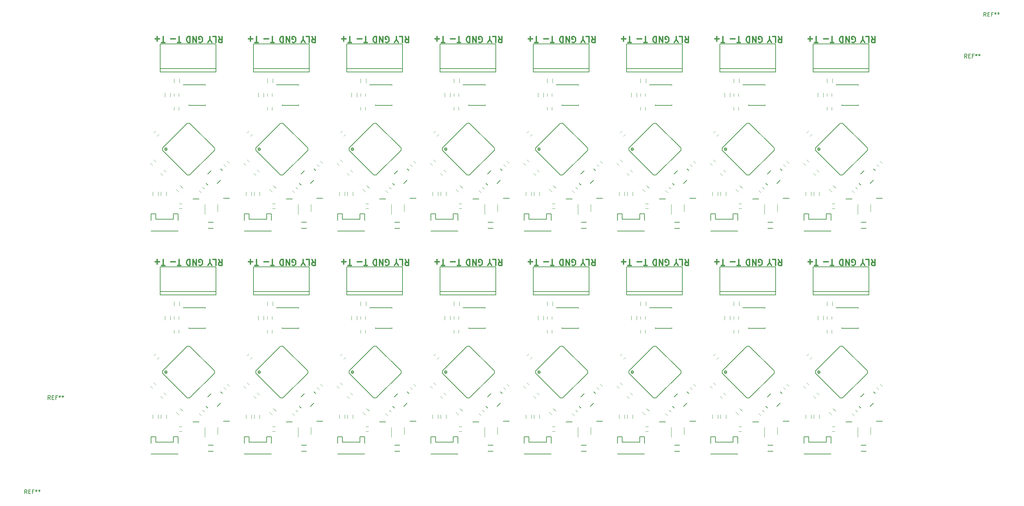
<source format=gto>
G04 #@! TF.FileFunction,Legend,Top*
%FSLAX46Y46*%
G04 Gerber Fmt 4.6, Leading zero omitted, Abs format (unit mm)*
G04 Created by KiCad (PCBNEW 4.0.6) date 11/19/17 22:49:51*
%MOMM*%
%LPD*%
G01*
G04 APERTURE LIST*
%ADD10C,0.100000*%
%ADD11C,0.300000*%
%ADD12C,0.120000*%
%ADD13C,0.203200*%
%ADD14C,0.150000*%
%ADD15C,0.254000*%
G04 APERTURE END LIST*
D10*
D11*
X229974694Y-96695118D02*
X229117551Y-96695118D01*
X229546122Y-95195118D02*
X229546122Y-96695118D01*
X228617551Y-95766546D02*
X227474694Y-95766546D01*
X206606694Y-96695118D02*
X205749551Y-96695118D01*
X206178122Y-95195118D02*
X206178122Y-96695118D01*
X205249551Y-95766546D02*
X204106694Y-95766546D01*
X183238694Y-96695118D02*
X182381551Y-96695118D01*
X182810122Y-95195118D02*
X182810122Y-96695118D01*
X181881551Y-95766546D02*
X180738694Y-95766546D01*
X159870694Y-96695118D02*
X159013551Y-96695118D01*
X159442122Y-95195118D02*
X159442122Y-96695118D01*
X158513551Y-95766546D02*
X157370694Y-95766546D01*
X136502694Y-96695118D02*
X135645551Y-96695118D01*
X136074122Y-95195118D02*
X136074122Y-96695118D01*
X135145551Y-95766546D02*
X134002694Y-95766546D01*
X113134694Y-96695118D02*
X112277551Y-96695118D01*
X112706122Y-95195118D02*
X112706122Y-96695118D01*
X111777551Y-95766546D02*
X110634694Y-95766546D01*
X89766694Y-96695118D02*
X88909551Y-96695118D01*
X89338122Y-95195118D02*
X89338122Y-96695118D01*
X88409551Y-95766546D02*
X87266694Y-95766546D01*
X66398694Y-96695118D02*
X65541551Y-96695118D01*
X65970122Y-95195118D02*
X65970122Y-96695118D01*
X65041551Y-95766546D02*
X63898694Y-95766546D01*
X229974694Y-40815118D02*
X229117551Y-40815118D01*
X229546122Y-39315118D02*
X229546122Y-40815118D01*
X228617551Y-39886546D02*
X227474694Y-39886546D01*
X206606694Y-40815118D02*
X205749551Y-40815118D01*
X206178122Y-39315118D02*
X206178122Y-40815118D01*
X205249551Y-39886546D02*
X204106694Y-39886546D01*
X183238694Y-40815118D02*
X182381551Y-40815118D01*
X182810122Y-39315118D02*
X182810122Y-40815118D01*
X181881551Y-39886546D02*
X180738694Y-39886546D01*
X159870694Y-40815118D02*
X159013551Y-40815118D01*
X159442122Y-39315118D02*
X159442122Y-40815118D01*
X158513551Y-39886546D02*
X157370694Y-39886546D01*
X136502694Y-40815118D02*
X135645551Y-40815118D01*
X136074122Y-39315118D02*
X136074122Y-40815118D01*
X135145551Y-39886546D02*
X134002694Y-39886546D01*
X113134694Y-40815118D02*
X112277551Y-40815118D01*
X112706122Y-39315118D02*
X112706122Y-40815118D01*
X111777551Y-39886546D02*
X110634694Y-39886546D01*
X89766694Y-40815118D02*
X88909551Y-40815118D01*
X89338122Y-39315118D02*
X89338122Y-40815118D01*
X88409551Y-39886546D02*
X87266694Y-39886546D01*
X234586408Y-96623689D02*
X234729265Y-96695118D01*
X234943551Y-96695118D01*
X235157836Y-96623689D01*
X235300694Y-96480832D01*
X235372122Y-96337975D01*
X235443551Y-96052260D01*
X235443551Y-95837975D01*
X235372122Y-95552260D01*
X235300694Y-95409403D01*
X235157836Y-95266546D01*
X234943551Y-95195118D01*
X234800694Y-95195118D01*
X234586408Y-95266546D01*
X234514979Y-95337975D01*
X234514979Y-95837975D01*
X234800694Y-95837975D01*
X233872122Y-95195118D02*
X233872122Y-96695118D01*
X233014979Y-95195118D01*
X233014979Y-96695118D01*
X232300693Y-95195118D02*
X232300693Y-96695118D01*
X231943550Y-96695118D01*
X231729265Y-96623689D01*
X231586407Y-96480832D01*
X231514979Y-96337975D01*
X231443550Y-96052260D01*
X231443550Y-95837975D01*
X231514979Y-95552260D01*
X231586407Y-95409403D01*
X231729265Y-95266546D01*
X231943550Y-95195118D01*
X232300693Y-95195118D01*
X211218408Y-96623689D02*
X211361265Y-96695118D01*
X211575551Y-96695118D01*
X211789836Y-96623689D01*
X211932694Y-96480832D01*
X212004122Y-96337975D01*
X212075551Y-96052260D01*
X212075551Y-95837975D01*
X212004122Y-95552260D01*
X211932694Y-95409403D01*
X211789836Y-95266546D01*
X211575551Y-95195118D01*
X211432694Y-95195118D01*
X211218408Y-95266546D01*
X211146979Y-95337975D01*
X211146979Y-95837975D01*
X211432694Y-95837975D01*
X210504122Y-95195118D02*
X210504122Y-96695118D01*
X209646979Y-95195118D01*
X209646979Y-96695118D01*
X208932693Y-95195118D02*
X208932693Y-96695118D01*
X208575550Y-96695118D01*
X208361265Y-96623689D01*
X208218407Y-96480832D01*
X208146979Y-96337975D01*
X208075550Y-96052260D01*
X208075550Y-95837975D01*
X208146979Y-95552260D01*
X208218407Y-95409403D01*
X208361265Y-95266546D01*
X208575550Y-95195118D01*
X208932693Y-95195118D01*
X187850408Y-96623689D02*
X187993265Y-96695118D01*
X188207551Y-96695118D01*
X188421836Y-96623689D01*
X188564694Y-96480832D01*
X188636122Y-96337975D01*
X188707551Y-96052260D01*
X188707551Y-95837975D01*
X188636122Y-95552260D01*
X188564694Y-95409403D01*
X188421836Y-95266546D01*
X188207551Y-95195118D01*
X188064694Y-95195118D01*
X187850408Y-95266546D01*
X187778979Y-95337975D01*
X187778979Y-95837975D01*
X188064694Y-95837975D01*
X187136122Y-95195118D02*
X187136122Y-96695118D01*
X186278979Y-95195118D01*
X186278979Y-96695118D01*
X185564693Y-95195118D02*
X185564693Y-96695118D01*
X185207550Y-96695118D01*
X184993265Y-96623689D01*
X184850407Y-96480832D01*
X184778979Y-96337975D01*
X184707550Y-96052260D01*
X184707550Y-95837975D01*
X184778979Y-95552260D01*
X184850407Y-95409403D01*
X184993265Y-95266546D01*
X185207550Y-95195118D01*
X185564693Y-95195118D01*
X164482408Y-96623689D02*
X164625265Y-96695118D01*
X164839551Y-96695118D01*
X165053836Y-96623689D01*
X165196694Y-96480832D01*
X165268122Y-96337975D01*
X165339551Y-96052260D01*
X165339551Y-95837975D01*
X165268122Y-95552260D01*
X165196694Y-95409403D01*
X165053836Y-95266546D01*
X164839551Y-95195118D01*
X164696694Y-95195118D01*
X164482408Y-95266546D01*
X164410979Y-95337975D01*
X164410979Y-95837975D01*
X164696694Y-95837975D01*
X163768122Y-95195118D02*
X163768122Y-96695118D01*
X162910979Y-95195118D01*
X162910979Y-96695118D01*
X162196693Y-95195118D02*
X162196693Y-96695118D01*
X161839550Y-96695118D01*
X161625265Y-96623689D01*
X161482407Y-96480832D01*
X161410979Y-96337975D01*
X161339550Y-96052260D01*
X161339550Y-95837975D01*
X161410979Y-95552260D01*
X161482407Y-95409403D01*
X161625265Y-95266546D01*
X161839550Y-95195118D01*
X162196693Y-95195118D01*
X141114408Y-96623689D02*
X141257265Y-96695118D01*
X141471551Y-96695118D01*
X141685836Y-96623689D01*
X141828694Y-96480832D01*
X141900122Y-96337975D01*
X141971551Y-96052260D01*
X141971551Y-95837975D01*
X141900122Y-95552260D01*
X141828694Y-95409403D01*
X141685836Y-95266546D01*
X141471551Y-95195118D01*
X141328694Y-95195118D01*
X141114408Y-95266546D01*
X141042979Y-95337975D01*
X141042979Y-95837975D01*
X141328694Y-95837975D01*
X140400122Y-95195118D02*
X140400122Y-96695118D01*
X139542979Y-95195118D01*
X139542979Y-96695118D01*
X138828693Y-95195118D02*
X138828693Y-96695118D01*
X138471550Y-96695118D01*
X138257265Y-96623689D01*
X138114407Y-96480832D01*
X138042979Y-96337975D01*
X137971550Y-96052260D01*
X137971550Y-95837975D01*
X138042979Y-95552260D01*
X138114407Y-95409403D01*
X138257265Y-95266546D01*
X138471550Y-95195118D01*
X138828693Y-95195118D01*
X117746408Y-96623689D02*
X117889265Y-96695118D01*
X118103551Y-96695118D01*
X118317836Y-96623689D01*
X118460694Y-96480832D01*
X118532122Y-96337975D01*
X118603551Y-96052260D01*
X118603551Y-95837975D01*
X118532122Y-95552260D01*
X118460694Y-95409403D01*
X118317836Y-95266546D01*
X118103551Y-95195118D01*
X117960694Y-95195118D01*
X117746408Y-95266546D01*
X117674979Y-95337975D01*
X117674979Y-95837975D01*
X117960694Y-95837975D01*
X117032122Y-95195118D02*
X117032122Y-96695118D01*
X116174979Y-95195118D01*
X116174979Y-96695118D01*
X115460693Y-95195118D02*
X115460693Y-96695118D01*
X115103550Y-96695118D01*
X114889265Y-96623689D01*
X114746407Y-96480832D01*
X114674979Y-96337975D01*
X114603550Y-96052260D01*
X114603550Y-95837975D01*
X114674979Y-95552260D01*
X114746407Y-95409403D01*
X114889265Y-95266546D01*
X115103550Y-95195118D01*
X115460693Y-95195118D01*
X94378408Y-96623689D02*
X94521265Y-96695118D01*
X94735551Y-96695118D01*
X94949836Y-96623689D01*
X95092694Y-96480832D01*
X95164122Y-96337975D01*
X95235551Y-96052260D01*
X95235551Y-95837975D01*
X95164122Y-95552260D01*
X95092694Y-95409403D01*
X94949836Y-95266546D01*
X94735551Y-95195118D01*
X94592694Y-95195118D01*
X94378408Y-95266546D01*
X94306979Y-95337975D01*
X94306979Y-95837975D01*
X94592694Y-95837975D01*
X93664122Y-95195118D02*
X93664122Y-96695118D01*
X92806979Y-95195118D01*
X92806979Y-96695118D01*
X92092693Y-95195118D02*
X92092693Y-96695118D01*
X91735550Y-96695118D01*
X91521265Y-96623689D01*
X91378407Y-96480832D01*
X91306979Y-96337975D01*
X91235550Y-96052260D01*
X91235550Y-95837975D01*
X91306979Y-95552260D01*
X91378407Y-95409403D01*
X91521265Y-95266546D01*
X91735550Y-95195118D01*
X92092693Y-95195118D01*
X71010408Y-96623689D02*
X71153265Y-96695118D01*
X71367551Y-96695118D01*
X71581836Y-96623689D01*
X71724694Y-96480832D01*
X71796122Y-96337975D01*
X71867551Y-96052260D01*
X71867551Y-95837975D01*
X71796122Y-95552260D01*
X71724694Y-95409403D01*
X71581836Y-95266546D01*
X71367551Y-95195118D01*
X71224694Y-95195118D01*
X71010408Y-95266546D01*
X70938979Y-95337975D01*
X70938979Y-95837975D01*
X71224694Y-95837975D01*
X70296122Y-95195118D02*
X70296122Y-96695118D01*
X69438979Y-95195118D01*
X69438979Y-96695118D01*
X68724693Y-95195118D02*
X68724693Y-96695118D01*
X68367550Y-96695118D01*
X68153265Y-96623689D01*
X68010407Y-96480832D01*
X67938979Y-96337975D01*
X67867550Y-96052260D01*
X67867550Y-95837975D01*
X67938979Y-95552260D01*
X68010407Y-95409403D01*
X68153265Y-95266546D01*
X68367550Y-95195118D01*
X68724693Y-95195118D01*
X234586408Y-40743689D02*
X234729265Y-40815118D01*
X234943551Y-40815118D01*
X235157836Y-40743689D01*
X235300694Y-40600832D01*
X235372122Y-40457975D01*
X235443551Y-40172260D01*
X235443551Y-39957975D01*
X235372122Y-39672260D01*
X235300694Y-39529403D01*
X235157836Y-39386546D01*
X234943551Y-39315118D01*
X234800694Y-39315118D01*
X234586408Y-39386546D01*
X234514979Y-39457975D01*
X234514979Y-39957975D01*
X234800694Y-39957975D01*
X233872122Y-39315118D02*
X233872122Y-40815118D01*
X233014979Y-39315118D01*
X233014979Y-40815118D01*
X232300693Y-39315118D02*
X232300693Y-40815118D01*
X231943550Y-40815118D01*
X231729265Y-40743689D01*
X231586407Y-40600832D01*
X231514979Y-40457975D01*
X231443550Y-40172260D01*
X231443550Y-39957975D01*
X231514979Y-39672260D01*
X231586407Y-39529403D01*
X231729265Y-39386546D01*
X231943550Y-39315118D01*
X232300693Y-39315118D01*
X211218408Y-40743689D02*
X211361265Y-40815118D01*
X211575551Y-40815118D01*
X211789836Y-40743689D01*
X211932694Y-40600832D01*
X212004122Y-40457975D01*
X212075551Y-40172260D01*
X212075551Y-39957975D01*
X212004122Y-39672260D01*
X211932694Y-39529403D01*
X211789836Y-39386546D01*
X211575551Y-39315118D01*
X211432694Y-39315118D01*
X211218408Y-39386546D01*
X211146979Y-39457975D01*
X211146979Y-39957975D01*
X211432694Y-39957975D01*
X210504122Y-39315118D02*
X210504122Y-40815118D01*
X209646979Y-39315118D01*
X209646979Y-40815118D01*
X208932693Y-39315118D02*
X208932693Y-40815118D01*
X208575550Y-40815118D01*
X208361265Y-40743689D01*
X208218407Y-40600832D01*
X208146979Y-40457975D01*
X208075550Y-40172260D01*
X208075550Y-39957975D01*
X208146979Y-39672260D01*
X208218407Y-39529403D01*
X208361265Y-39386546D01*
X208575550Y-39315118D01*
X208932693Y-39315118D01*
X187850408Y-40743689D02*
X187993265Y-40815118D01*
X188207551Y-40815118D01*
X188421836Y-40743689D01*
X188564694Y-40600832D01*
X188636122Y-40457975D01*
X188707551Y-40172260D01*
X188707551Y-39957975D01*
X188636122Y-39672260D01*
X188564694Y-39529403D01*
X188421836Y-39386546D01*
X188207551Y-39315118D01*
X188064694Y-39315118D01*
X187850408Y-39386546D01*
X187778979Y-39457975D01*
X187778979Y-39957975D01*
X188064694Y-39957975D01*
X187136122Y-39315118D02*
X187136122Y-40815118D01*
X186278979Y-39315118D01*
X186278979Y-40815118D01*
X185564693Y-39315118D02*
X185564693Y-40815118D01*
X185207550Y-40815118D01*
X184993265Y-40743689D01*
X184850407Y-40600832D01*
X184778979Y-40457975D01*
X184707550Y-40172260D01*
X184707550Y-39957975D01*
X184778979Y-39672260D01*
X184850407Y-39529403D01*
X184993265Y-39386546D01*
X185207550Y-39315118D01*
X185564693Y-39315118D01*
X164482408Y-40743689D02*
X164625265Y-40815118D01*
X164839551Y-40815118D01*
X165053836Y-40743689D01*
X165196694Y-40600832D01*
X165268122Y-40457975D01*
X165339551Y-40172260D01*
X165339551Y-39957975D01*
X165268122Y-39672260D01*
X165196694Y-39529403D01*
X165053836Y-39386546D01*
X164839551Y-39315118D01*
X164696694Y-39315118D01*
X164482408Y-39386546D01*
X164410979Y-39457975D01*
X164410979Y-39957975D01*
X164696694Y-39957975D01*
X163768122Y-39315118D02*
X163768122Y-40815118D01*
X162910979Y-39315118D01*
X162910979Y-40815118D01*
X162196693Y-39315118D02*
X162196693Y-40815118D01*
X161839550Y-40815118D01*
X161625265Y-40743689D01*
X161482407Y-40600832D01*
X161410979Y-40457975D01*
X161339550Y-40172260D01*
X161339550Y-39957975D01*
X161410979Y-39672260D01*
X161482407Y-39529403D01*
X161625265Y-39386546D01*
X161839550Y-39315118D01*
X162196693Y-39315118D01*
X141114408Y-40743689D02*
X141257265Y-40815118D01*
X141471551Y-40815118D01*
X141685836Y-40743689D01*
X141828694Y-40600832D01*
X141900122Y-40457975D01*
X141971551Y-40172260D01*
X141971551Y-39957975D01*
X141900122Y-39672260D01*
X141828694Y-39529403D01*
X141685836Y-39386546D01*
X141471551Y-39315118D01*
X141328694Y-39315118D01*
X141114408Y-39386546D01*
X141042979Y-39457975D01*
X141042979Y-39957975D01*
X141328694Y-39957975D01*
X140400122Y-39315118D02*
X140400122Y-40815118D01*
X139542979Y-39315118D01*
X139542979Y-40815118D01*
X138828693Y-39315118D02*
X138828693Y-40815118D01*
X138471550Y-40815118D01*
X138257265Y-40743689D01*
X138114407Y-40600832D01*
X138042979Y-40457975D01*
X137971550Y-40172260D01*
X137971550Y-39957975D01*
X138042979Y-39672260D01*
X138114407Y-39529403D01*
X138257265Y-39386546D01*
X138471550Y-39315118D01*
X138828693Y-39315118D01*
X117746408Y-40743689D02*
X117889265Y-40815118D01*
X118103551Y-40815118D01*
X118317836Y-40743689D01*
X118460694Y-40600832D01*
X118532122Y-40457975D01*
X118603551Y-40172260D01*
X118603551Y-39957975D01*
X118532122Y-39672260D01*
X118460694Y-39529403D01*
X118317836Y-39386546D01*
X118103551Y-39315118D01*
X117960694Y-39315118D01*
X117746408Y-39386546D01*
X117674979Y-39457975D01*
X117674979Y-39957975D01*
X117960694Y-39957975D01*
X117032122Y-39315118D02*
X117032122Y-40815118D01*
X116174979Y-39315118D01*
X116174979Y-40815118D01*
X115460693Y-39315118D02*
X115460693Y-40815118D01*
X115103550Y-40815118D01*
X114889265Y-40743689D01*
X114746407Y-40600832D01*
X114674979Y-40457975D01*
X114603550Y-40172260D01*
X114603550Y-39957975D01*
X114674979Y-39672260D01*
X114746407Y-39529403D01*
X114889265Y-39386546D01*
X115103550Y-39315118D01*
X115460693Y-39315118D01*
X94378408Y-40743689D02*
X94521265Y-40815118D01*
X94735551Y-40815118D01*
X94949836Y-40743689D01*
X95092694Y-40600832D01*
X95164122Y-40457975D01*
X95235551Y-40172260D01*
X95235551Y-39957975D01*
X95164122Y-39672260D01*
X95092694Y-39529403D01*
X94949836Y-39386546D01*
X94735551Y-39315118D01*
X94592694Y-39315118D01*
X94378408Y-39386546D01*
X94306979Y-39457975D01*
X94306979Y-39957975D01*
X94592694Y-39957975D01*
X93664122Y-39315118D02*
X93664122Y-40815118D01*
X92806979Y-39315118D01*
X92806979Y-40815118D01*
X92092693Y-39315118D02*
X92092693Y-40815118D01*
X91735550Y-40815118D01*
X91521265Y-40743689D01*
X91378407Y-40600832D01*
X91306979Y-40457975D01*
X91235550Y-40172260D01*
X91235550Y-39957975D01*
X91306979Y-39672260D01*
X91378407Y-39529403D01*
X91521265Y-39386546D01*
X91735550Y-39315118D01*
X92092693Y-39315118D01*
X239436265Y-95195118D02*
X239936265Y-95909403D01*
X240293408Y-95195118D02*
X240293408Y-96695118D01*
X239721980Y-96695118D01*
X239579122Y-96623689D01*
X239507694Y-96552260D01*
X239436265Y-96409403D01*
X239436265Y-96195118D01*
X239507694Y-96052260D01*
X239579122Y-95980832D01*
X239721980Y-95909403D01*
X240293408Y-95909403D01*
X238079122Y-95195118D02*
X238793408Y-95195118D01*
X238793408Y-96695118D01*
X237293408Y-95909403D02*
X237293408Y-95195118D01*
X237793408Y-96695118D02*
X237293408Y-95909403D01*
X236793408Y-96695118D01*
X216068265Y-95195118D02*
X216568265Y-95909403D01*
X216925408Y-95195118D02*
X216925408Y-96695118D01*
X216353980Y-96695118D01*
X216211122Y-96623689D01*
X216139694Y-96552260D01*
X216068265Y-96409403D01*
X216068265Y-96195118D01*
X216139694Y-96052260D01*
X216211122Y-95980832D01*
X216353980Y-95909403D01*
X216925408Y-95909403D01*
X214711122Y-95195118D02*
X215425408Y-95195118D01*
X215425408Y-96695118D01*
X213925408Y-95909403D02*
X213925408Y-95195118D01*
X214425408Y-96695118D02*
X213925408Y-95909403D01*
X213425408Y-96695118D01*
X192700265Y-95195118D02*
X193200265Y-95909403D01*
X193557408Y-95195118D02*
X193557408Y-96695118D01*
X192985980Y-96695118D01*
X192843122Y-96623689D01*
X192771694Y-96552260D01*
X192700265Y-96409403D01*
X192700265Y-96195118D01*
X192771694Y-96052260D01*
X192843122Y-95980832D01*
X192985980Y-95909403D01*
X193557408Y-95909403D01*
X191343122Y-95195118D02*
X192057408Y-95195118D01*
X192057408Y-96695118D01*
X190557408Y-95909403D02*
X190557408Y-95195118D01*
X191057408Y-96695118D02*
X190557408Y-95909403D01*
X190057408Y-96695118D01*
X169332265Y-95195118D02*
X169832265Y-95909403D01*
X170189408Y-95195118D02*
X170189408Y-96695118D01*
X169617980Y-96695118D01*
X169475122Y-96623689D01*
X169403694Y-96552260D01*
X169332265Y-96409403D01*
X169332265Y-96195118D01*
X169403694Y-96052260D01*
X169475122Y-95980832D01*
X169617980Y-95909403D01*
X170189408Y-95909403D01*
X167975122Y-95195118D02*
X168689408Y-95195118D01*
X168689408Y-96695118D01*
X167189408Y-95909403D02*
X167189408Y-95195118D01*
X167689408Y-96695118D02*
X167189408Y-95909403D01*
X166689408Y-96695118D01*
X145964265Y-95195118D02*
X146464265Y-95909403D01*
X146821408Y-95195118D02*
X146821408Y-96695118D01*
X146249980Y-96695118D01*
X146107122Y-96623689D01*
X146035694Y-96552260D01*
X145964265Y-96409403D01*
X145964265Y-96195118D01*
X146035694Y-96052260D01*
X146107122Y-95980832D01*
X146249980Y-95909403D01*
X146821408Y-95909403D01*
X144607122Y-95195118D02*
X145321408Y-95195118D01*
X145321408Y-96695118D01*
X143821408Y-95909403D02*
X143821408Y-95195118D01*
X144321408Y-96695118D02*
X143821408Y-95909403D01*
X143321408Y-96695118D01*
X122596265Y-95195118D02*
X123096265Y-95909403D01*
X123453408Y-95195118D02*
X123453408Y-96695118D01*
X122881980Y-96695118D01*
X122739122Y-96623689D01*
X122667694Y-96552260D01*
X122596265Y-96409403D01*
X122596265Y-96195118D01*
X122667694Y-96052260D01*
X122739122Y-95980832D01*
X122881980Y-95909403D01*
X123453408Y-95909403D01*
X121239122Y-95195118D02*
X121953408Y-95195118D01*
X121953408Y-96695118D01*
X120453408Y-95909403D02*
X120453408Y-95195118D01*
X120953408Y-96695118D02*
X120453408Y-95909403D01*
X119953408Y-96695118D01*
X99228265Y-95195118D02*
X99728265Y-95909403D01*
X100085408Y-95195118D02*
X100085408Y-96695118D01*
X99513980Y-96695118D01*
X99371122Y-96623689D01*
X99299694Y-96552260D01*
X99228265Y-96409403D01*
X99228265Y-96195118D01*
X99299694Y-96052260D01*
X99371122Y-95980832D01*
X99513980Y-95909403D01*
X100085408Y-95909403D01*
X97871122Y-95195118D02*
X98585408Y-95195118D01*
X98585408Y-96695118D01*
X97085408Y-95909403D02*
X97085408Y-95195118D01*
X97585408Y-96695118D02*
X97085408Y-95909403D01*
X96585408Y-96695118D01*
X75860265Y-95195118D02*
X76360265Y-95909403D01*
X76717408Y-95195118D02*
X76717408Y-96695118D01*
X76145980Y-96695118D01*
X76003122Y-96623689D01*
X75931694Y-96552260D01*
X75860265Y-96409403D01*
X75860265Y-96195118D01*
X75931694Y-96052260D01*
X76003122Y-95980832D01*
X76145980Y-95909403D01*
X76717408Y-95909403D01*
X74503122Y-95195118D02*
X75217408Y-95195118D01*
X75217408Y-96695118D01*
X73717408Y-95909403D02*
X73717408Y-95195118D01*
X74217408Y-96695118D02*
X73717408Y-95909403D01*
X73217408Y-96695118D01*
X239436265Y-39315118D02*
X239936265Y-40029403D01*
X240293408Y-39315118D02*
X240293408Y-40815118D01*
X239721980Y-40815118D01*
X239579122Y-40743689D01*
X239507694Y-40672260D01*
X239436265Y-40529403D01*
X239436265Y-40315118D01*
X239507694Y-40172260D01*
X239579122Y-40100832D01*
X239721980Y-40029403D01*
X240293408Y-40029403D01*
X238079122Y-39315118D02*
X238793408Y-39315118D01*
X238793408Y-40815118D01*
X237293408Y-40029403D02*
X237293408Y-39315118D01*
X237793408Y-40815118D02*
X237293408Y-40029403D01*
X236793408Y-40815118D01*
X216068265Y-39315118D02*
X216568265Y-40029403D01*
X216925408Y-39315118D02*
X216925408Y-40815118D01*
X216353980Y-40815118D01*
X216211122Y-40743689D01*
X216139694Y-40672260D01*
X216068265Y-40529403D01*
X216068265Y-40315118D01*
X216139694Y-40172260D01*
X216211122Y-40100832D01*
X216353980Y-40029403D01*
X216925408Y-40029403D01*
X214711122Y-39315118D02*
X215425408Y-39315118D01*
X215425408Y-40815118D01*
X213925408Y-40029403D02*
X213925408Y-39315118D01*
X214425408Y-40815118D02*
X213925408Y-40029403D01*
X213425408Y-40815118D01*
X192700265Y-39315118D02*
X193200265Y-40029403D01*
X193557408Y-39315118D02*
X193557408Y-40815118D01*
X192985980Y-40815118D01*
X192843122Y-40743689D01*
X192771694Y-40672260D01*
X192700265Y-40529403D01*
X192700265Y-40315118D01*
X192771694Y-40172260D01*
X192843122Y-40100832D01*
X192985980Y-40029403D01*
X193557408Y-40029403D01*
X191343122Y-39315118D02*
X192057408Y-39315118D01*
X192057408Y-40815118D01*
X190557408Y-40029403D02*
X190557408Y-39315118D01*
X191057408Y-40815118D02*
X190557408Y-40029403D01*
X190057408Y-40815118D01*
X169332265Y-39315118D02*
X169832265Y-40029403D01*
X170189408Y-39315118D02*
X170189408Y-40815118D01*
X169617980Y-40815118D01*
X169475122Y-40743689D01*
X169403694Y-40672260D01*
X169332265Y-40529403D01*
X169332265Y-40315118D01*
X169403694Y-40172260D01*
X169475122Y-40100832D01*
X169617980Y-40029403D01*
X170189408Y-40029403D01*
X167975122Y-39315118D02*
X168689408Y-39315118D01*
X168689408Y-40815118D01*
X167189408Y-40029403D02*
X167189408Y-39315118D01*
X167689408Y-40815118D02*
X167189408Y-40029403D01*
X166689408Y-40815118D01*
X145964265Y-39315118D02*
X146464265Y-40029403D01*
X146821408Y-39315118D02*
X146821408Y-40815118D01*
X146249980Y-40815118D01*
X146107122Y-40743689D01*
X146035694Y-40672260D01*
X145964265Y-40529403D01*
X145964265Y-40315118D01*
X146035694Y-40172260D01*
X146107122Y-40100832D01*
X146249980Y-40029403D01*
X146821408Y-40029403D01*
X144607122Y-39315118D02*
X145321408Y-39315118D01*
X145321408Y-40815118D01*
X143821408Y-40029403D02*
X143821408Y-39315118D01*
X144321408Y-40815118D02*
X143821408Y-40029403D01*
X143321408Y-40815118D01*
X122596265Y-39315118D02*
X123096265Y-40029403D01*
X123453408Y-39315118D02*
X123453408Y-40815118D01*
X122881980Y-40815118D01*
X122739122Y-40743689D01*
X122667694Y-40672260D01*
X122596265Y-40529403D01*
X122596265Y-40315118D01*
X122667694Y-40172260D01*
X122739122Y-40100832D01*
X122881980Y-40029403D01*
X123453408Y-40029403D01*
X121239122Y-39315118D02*
X121953408Y-39315118D01*
X121953408Y-40815118D01*
X120453408Y-40029403D02*
X120453408Y-39315118D01*
X120953408Y-40815118D02*
X120453408Y-40029403D01*
X119953408Y-40815118D01*
X99228265Y-39315118D02*
X99728265Y-40029403D01*
X100085408Y-39315118D02*
X100085408Y-40815118D01*
X99513980Y-40815118D01*
X99371122Y-40743689D01*
X99299694Y-40672260D01*
X99228265Y-40529403D01*
X99228265Y-40315118D01*
X99299694Y-40172260D01*
X99371122Y-40100832D01*
X99513980Y-40029403D01*
X100085408Y-40029403D01*
X97871122Y-39315118D02*
X98585408Y-39315118D01*
X98585408Y-40815118D01*
X97085408Y-40029403D02*
X97085408Y-39315118D01*
X97585408Y-40815118D02*
X97085408Y-40029403D01*
X96585408Y-40815118D01*
X226037694Y-96695118D02*
X225180551Y-96695118D01*
X225609122Y-95195118D02*
X225609122Y-96695118D01*
X224680551Y-95766546D02*
X223537694Y-95766546D01*
X224109123Y-95195118D02*
X224109123Y-96337975D01*
X202669694Y-96695118D02*
X201812551Y-96695118D01*
X202241122Y-95195118D02*
X202241122Y-96695118D01*
X201312551Y-95766546D02*
X200169694Y-95766546D01*
X200741123Y-95195118D02*
X200741123Y-96337975D01*
X179301694Y-96695118D02*
X178444551Y-96695118D01*
X178873122Y-95195118D02*
X178873122Y-96695118D01*
X177944551Y-95766546D02*
X176801694Y-95766546D01*
X177373123Y-95195118D02*
X177373123Y-96337975D01*
X155933694Y-96695118D02*
X155076551Y-96695118D01*
X155505122Y-95195118D02*
X155505122Y-96695118D01*
X154576551Y-95766546D02*
X153433694Y-95766546D01*
X154005123Y-95195118D02*
X154005123Y-96337975D01*
X132565694Y-96695118D02*
X131708551Y-96695118D01*
X132137122Y-95195118D02*
X132137122Y-96695118D01*
X131208551Y-95766546D02*
X130065694Y-95766546D01*
X130637123Y-95195118D02*
X130637123Y-96337975D01*
X109197694Y-96695118D02*
X108340551Y-96695118D01*
X108769122Y-95195118D02*
X108769122Y-96695118D01*
X107840551Y-95766546D02*
X106697694Y-95766546D01*
X107269123Y-95195118D02*
X107269123Y-96337975D01*
X85829694Y-96695118D02*
X84972551Y-96695118D01*
X85401122Y-95195118D02*
X85401122Y-96695118D01*
X84472551Y-95766546D02*
X83329694Y-95766546D01*
X83901123Y-95195118D02*
X83901123Y-96337975D01*
X62461694Y-96695118D02*
X61604551Y-96695118D01*
X62033122Y-95195118D02*
X62033122Y-96695118D01*
X61104551Y-95766546D02*
X59961694Y-95766546D01*
X60533123Y-95195118D02*
X60533123Y-96337975D01*
X226037694Y-40815118D02*
X225180551Y-40815118D01*
X225609122Y-39315118D02*
X225609122Y-40815118D01*
X224680551Y-39886546D02*
X223537694Y-39886546D01*
X224109123Y-39315118D02*
X224109123Y-40457975D01*
X202669694Y-40815118D02*
X201812551Y-40815118D01*
X202241122Y-39315118D02*
X202241122Y-40815118D01*
X201312551Y-39886546D02*
X200169694Y-39886546D01*
X200741123Y-39315118D02*
X200741123Y-40457975D01*
X179301694Y-40815118D02*
X178444551Y-40815118D01*
X178873122Y-39315118D02*
X178873122Y-40815118D01*
X177944551Y-39886546D02*
X176801694Y-39886546D01*
X177373123Y-39315118D02*
X177373123Y-40457975D01*
X155933694Y-40815118D02*
X155076551Y-40815118D01*
X155505122Y-39315118D02*
X155505122Y-40815118D01*
X154576551Y-39886546D02*
X153433694Y-39886546D01*
X154005123Y-39315118D02*
X154005123Y-40457975D01*
X132565694Y-40815118D02*
X131708551Y-40815118D01*
X132137122Y-39315118D02*
X132137122Y-40815118D01*
X131208551Y-39886546D02*
X130065694Y-39886546D01*
X130637123Y-39315118D02*
X130637123Y-40457975D01*
X109197694Y-40815118D02*
X108340551Y-40815118D01*
X108769122Y-39315118D02*
X108769122Y-40815118D01*
X107840551Y-39886546D02*
X106697694Y-39886546D01*
X107269123Y-39315118D02*
X107269123Y-40457975D01*
X85829694Y-40815118D02*
X84972551Y-40815118D01*
X85401122Y-39315118D02*
X85401122Y-40815118D01*
X84472551Y-39886546D02*
X83329694Y-39886546D01*
X83901123Y-39315118D02*
X83901123Y-40457975D01*
X75860265Y-39315118D02*
X76360265Y-40029403D01*
X76717408Y-39315118D02*
X76717408Y-40815118D01*
X76145980Y-40815118D01*
X76003122Y-40743689D01*
X75931694Y-40672260D01*
X75860265Y-40529403D01*
X75860265Y-40315118D01*
X75931694Y-40172260D01*
X76003122Y-40100832D01*
X76145980Y-40029403D01*
X76717408Y-40029403D01*
X74503122Y-39315118D02*
X75217408Y-39315118D01*
X75217408Y-40815118D01*
X73717408Y-40029403D02*
X73717408Y-39315118D01*
X74217408Y-40815118D02*
X73717408Y-40029403D01*
X73217408Y-40815118D01*
X71010408Y-40743689D02*
X71153265Y-40815118D01*
X71367551Y-40815118D01*
X71581836Y-40743689D01*
X71724694Y-40600832D01*
X71796122Y-40457975D01*
X71867551Y-40172260D01*
X71867551Y-39957975D01*
X71796122Y-39672260D01*
X71724694Y-39529403D01*
X71581836Y-39386546D01*
X71367551Y-39315118D01*
X71224694Y-39315118D01*
X71010408Y-39386546D01*
X70938979Y-39457975D01*
X70938979Y-39957975D01*
X71224694Y-39957975D01*
X70296122Y-39315118D02*
X70296122Y-40815118D01*
X69438979Y-39315118D01*
X69438979Y-40815118D01*
X68724693Y-39315118D02*
X68724693Y-40815118D01*
X68367550Y-40815118D01*
X68153265Y-40743689D01*
X68010407Y-40600832D01*
X67938979Y-40457975D01*
X67867550Y-40172260D01*
X67867550Y-39957975D01*
X67938979Y-39672260D01*
X68010407Y-39529403D01*
X68153265Y-39386546D01*
X68367550Y-39315118D01*
X68724693Y-39315118D01*
X66398694Y-40815118D02*
X65541551Y-40815118D01*
X65970122Y-39315118D02*
X65970122Y-40815118D01*
X65041551Y-39886546D02*
X63898694Y-39886546D01*
X62461694Y-40815118D02*
X61604551Y-40815118D01*
X62033122Y-39315118D02*
X62033122Y-40815118D01*
X61104551Y-39886546D02*
X59961694Y-39886546D01*
X60533123Y-39315118D02*
X60533123Y-40457975D01*
D12*
X227392551Y-109343689D02*
X227392551Y-110343689D01*
X226032551Y-110343689D02*
X226032551Y-109343689D01*
X204024551Y-109343689D02*
X204024551Y-110343689D01*
X202664551Y-110343689D02*
X202664551Y-109343689D01*
X180656551Y-109343689D02*
X180656551Y-110343689D01*
X179296551Y-110343689D02*
X179296551Y-109343689D01*
X157288551Y-109343689D02*
X157288551Y-110343689D01*
X155928551Y-110343689D02*
X155928551Y-109343689D01*
X133920551Y-109343689D02*
X133920551Y-110343689D01*
X132560551Y-110343689D02*
X132560551Y-109343689D01*
X110552551Y-109343689D02*
X110552551Y-110343689D01*
X109192551Y-110343689D02*
X109192551Y-109343689D01*
X87184551Y-109343689D02*
X87184551Y-110343689D01*
X85824551Y-110343689D02*
X85824551Y-109343689D01*
X63816551Y-109343689D02*
X63816551Y-110343689D01*
X62456551Y-110343689D02*
X62456551Y-109343689D01*
X227392551Y-53463689D02*
X227392551Y-54463689D01*
X226032551Y-54463689D02*
X226032551Y-53463689D01*
X204024551Y-53463689D02*
X204024551Y-54463689D01*
X202664551Y-54463689D02*
X202664551Y-53463689D01*
X180656551Y-53463689D02*
X180656551Y-54463689D01*
X179296551Y-54463689D02*
X179296551Y-53463689D01*
X157288551Y-53463689D02*
X157288551Y-54463689D01*
X155928551Y-54463689D02*
X155928551Y-53463689D01*
X133920551Y-53463689D02*
X133920551Y-54463689D01*
X132560551Y-54463689D02*
X132560551Y-53463689D01*
X110552551Y-53463689D02*
X110552551Y-54463689D01*
X109192551Y-54463689D02*
X109192551Y-53463689D01*
X87184551Y-53463689D02*
X87184551Y-54463689D01*
X85824551Y-54463689D02*
X85824551Y-53463689D01*
D13*
X224838031Y-97047169D02*
X238833431Y-97047169D01*
X238833431Y-97047169D02*
X238833431Y-103244769D01*
X238833431Y-103244769D02*
X238833431Y-104044869D01*
X238833431Y-104044869D02*
X224838031Y-104044869D01*
X224838031Y-104044869D02*
X224838031Y-103244769D01*
X224838031Y-103244769D02*
X224838031Y-97047169D01*
X238833431Y-103244769D02*
X224838031Y-103244769D01*
X201470031Y-97047169D02*
X215465431Y-97047169D01*
X215465431Y-97047169D02*
X215465431Y-103244769D01*
X215465431Y-103244769D02*
X215465431Y-104044869D01*
X215465431Y-104044869D02*
X201470031Y-104044869D01*
X201470031Y-104044869D02*
X201470031Y-103244769D01*
X201470031Y-103244769D02*
X201470031Y-97047169D01*
X215465431Y-103244769D02*
X201470031Y-103244769D01*
X178102031Y-97047169D02*
X192097431Y-97047169D01*
X192097431Y-97047169D02*
X192097431Y-103244769D01*
X192097431Y-103244769D02*
X192097431Y-104044869D01*
X192097431Y-104044869D02*
X178102031Y-104044869D01*
X178102031Y-104044869D02*
X178102031Y-103244769D01*
X178102031Y-103244769D02*
X178102031Y-97047169D01*
X192097431Y-103244769D02*
X178102031Y-103244769D01*
X154734031Y-97047169D02*
X168729431Y-97047169D01*
X168729431Y-97047169D02*
X168729431Y-103244769D01*
X168729431Y-103244769D02*
X168729431Y-104044869D01*
X168729431Y-104044869D02*
X154734031Y-104044869D01*
X154734031Y-104044869D02*
X154734031Y-103244769D01*
X154734031Y-103244769D02*
X154734031Y-97047169D01*
X168729431Y-103244769D02*
X154734031Y-103244769D01*
X131366031Y-97047169D02*
X145361431Y-97047169D01*
X145361431Y-97047169D02*
X145361431Y-103244769D01*
X145361431Y-103244769D02*
X145361431Y-104044869D01*
X145361431Y-104044869D02*
X131366031Y-104044869D01*
X131366031Y-104044869D02*
X131366031Y-103244769D01*
X131366031Y-103244769D02*
X131366031Y-97047169D01*
X145361431Y-103244769D02*
X131366031Y-103244769D01*
X107998031Y-97047169D02*
X121993431Y-97047169D01*
X121993431Y-97047169D02*
X121993431Y-103244769D01*
X121993431Y-103244769D02*
X121993431Y-104044869D01*
X121993431Y-104044869D02*
X107998031Y-104044869D01*
X107998031Y-104044869D02*
X107998031Y-103244769D01*
X107998031Y-103244769D02*
X107998031Y-97047169D01*
X121993431Y-103244769D02*
X107998031Y-103244769D01*
X84630031Y-97047169D02*
X98625431Y-97047169D01*
X98625431Y-97047169D02*
X98625431Y-103244769D01*
X98625431Y-103244769D02*
X98625431Y-104044869D01*
X98625431Y-104044869D02*
X84630031Y-104044869D01*
X84630031Y-104044869D02*
X84630031Y-103244769D01*
X84630031Y-103244769D02*
X84630031Y-97047169D01*
X98625431Y-103244769D02*
X84630031Y-103244769D01*
X61262031Y-97047169D02*
X75257431Y-97047169D01*
X75257431Y-97047169D02*
X75257431Y-103244769D01*
X75257431Y-103244769D02*
X75257431Y-104044869D01*
X75257431Y-104044869D02*
X61262031Y-104044869D01*
X61262031Y-104044869D02*
X61262031Y-103244769D01*
X61262031Y-103244769D02*
X61262031Y-97047169D01*
X75257431Y-103244769D02*
X61262031Y-103244769D01*
X224838031Y-41167169D02*
X238833431Y-41167169D01*
X238833431Y-41167169D02*
X238833431Y-47364769D01*
X238833431Y-47364769D02*
X238833431Y-48164869D01*
X238833431Y-48164869D02*
X224838031Y-48164869D01*
X224838031Y-48164869D02*
X224838031Y-47364769D01*
X224838031Y-47364769D02*
X224838031Y-41167169D01*
X238833431Y-47364769D02*
X224838031Y-47364769D01*
X201470031Y-41167169D02*
X215465431Y-41167169D01*
X215465431Y-41167169D02*
X215465431Y-47364769D01*
X215465431Y-47364769D02*
X215465431Y-48164869D01*
X215465431Y-48164869D02*
X201470031Y-48164869D01*
X201470031Y-48164869D02*
X201470031Y-47364769D01*
X201470031Y-47364769D02*
X201470031Y-41167169D01*
X215465431Y-47364769D02*
X201470031Y-47364769D01*
X178102031Y-41167169D02*
X192097431Y-41167169D01*
X192097431Y-41167169D02*
X192097431Y-47364769D01*
X192097431Y-47364769D02*
X192097431Y-48164869D01*
X192097431Y-48164869D02*
X178102031Y-48164869D01*
X178102031Y-48164869D02*
X178102031Y-47364769D01*
X178102031Y-47364769D02*
X178102031Y-41167169D01*
X192097431Y-47364769D02*
X178102031Y-47364769D01*
X154734031Y-41167169D02*
X168729431Y-41167169D01*
X168729431Y-41167169D02*
X168729431Y-47364769D01*
X168729431Y-47364769D02*
X168729431Y-48164869D01*
X168729431Y-48164869D02*
X154734031Y-48164869D01*
X154734031Y-48164869D02*
X154734031Y-47364769D01*
X154734031Y-47364769D02*
X154734031Y-41167169D01*
X168729431Y-47364769D02*
X154734031Y-47364769D01*
X131366031Y-41167169D02*
X145361431Y-41167169D01*
X145361431Y-41167169D02*
X145361431Y-47364769D01*
X145361431Y-47364769D02*
X145361431Y-48164869D01*
X145361431Y-48164869D02*
X131366031Y-48164869D01*
X131366031Y-48164869D02*
X131366031Y-47364769D01*
X131366031Y-47364769D02*
X131366031Y-41167169D01*
X145361431Y-47364769D02*
X131366031Y-47364769D01*
X107998031Y-41167169D02*
X121993431Y-41167169D01*
X121993431Y-41167169D02*
X121993431Y-47364769D01*
X121993431Y-47364769D02*
X121993431Y-48164869D01*
X121993431Y-48164869D02*
X107998031Y-48164869D01*
X107998031Y-48164869D02*
X107998031Y-47364769D01*
X107998031Y-47364769D02*
X107998031Y-41167169D01*
X121993431Y-47364769D02*
X107998031Y-47364769D01*
X84630031Y-41167169D02*
X98625431Y-41167169D01*
X98625431Y-41167169D02*
X98625431Y-47364769D01*
X98625431Y-47364769D02*
X98625431Y-48164869D01*
X98625431Y-48164869D02*
X84630031Y-48164869D01*
X84630031Y-48164869D02*
X84630031Y-47364769D01*
X84630031Y-47364769D02*
X84630031Y-41167169D01*
X98625431Y-47364769D02*
X84630031Y-47364769D01*
D12*
X229678551Y-105787689D02*
X229678551Y-106787689D01*
X228318551Y-106787689D02*
X228318551Y-105787689D01*
X206310551Y-105787689D02*
X206310551Y-106787689D01*
X204950551Y-106787689D02*
X204950551Y-105787689D01*
X182942551Y-105787689D02*
X182942551Y-106787689D01*
X181582551Y-106787689D02*
X181582551Y-105787689D01*
X159574551Y-105787689D02*
X159574551Y-106787689D01*
X158214551Y-106787689D02*
X158214551Y-105787689D01*
X136206551Y-105787689D02*
X136206551Y-106787689D01*
X134846551Y-106787689D02*
X134846551Y-105787689D01*
X112838551Y-105787689D02*
X112838551Y-106787689D01*
X111478551Y-106787689D02*
X111478551Y-105787689D01*
X89470551Y-105787689D02*
X89470551Y-106787689D01*
X88110551Y-106787689D02*
X88110551Y-105787689D01*
X66102551Y-105787689D02*
X66102551Y-106787689D01*
X64742551Y-106787689D02*
X64742551Y-105787689D01*
X229678551Y-49907689D02*
X229678551Y-50907689D01*
X228318551Y-50907689D02*
X228318551Y-49907689D01*
X206310551Y-49907689D02*
X206310551Y-50907689D01*
X204950551Y-50907689D02*
X204950551Y-49907689D01*
X182942551Y-49907689D02*
X182942551Y-50907689D01*
X181582551Y-50907689D02*
X181582551Y-49907689D01*
X159574551Y-49907689D02*
X159574551Y-50907689D01*
X158214551Y-50907689D02*
X158214551Y-49907689D01*
X136206551Y-49907689D02*
X136206551Y-50907689D01*
X134846551Y-50907689D02*
X134846551Y-49907689D01*
X112838551Y-49907689D02*
X112838551Y-50907689D01*
X111478551Y-50907689D02*
X111478551Y-49907689D01*
X89470551Y-49907689D02*
X89470551Y-50907689D01*
X88110551Y-50907689D02*
X88110551Y-49907689D01*
D14*
X232003551Y-107268689D02*
X232003551Y-107318689D01*
X236153551Y-107268689D02*
X236153551Y-107413689D01*
X236153551Y-112418689D02*
X236153551Y-112273689D01*
X232003551Y-112418689D02*
X232003551Y-112273689D01*
X232003551Y-107268689D02*
X236153551Y-107268689D01*
X232003551Y-112418689D02*
X236153551Y-112418689D01*
X232003551Y-107318689D02*
X230603551Y-107318689D01*
X208635551Y-107268689D02*
X208635551Y-107318689D01*
X212785551Y-107268689D02*
X212785551Y-107413689D01*
X212785551Y-112418689D02*
X212785551Y-112273689D01*
X208635551Y-112418689D02*
X208635551Y-112273689D01*
X208635551Y-107268689D02*
X212785551Y-107268689D01*
X208635551Y-112418689D02*
X212785551Y-112418689D01*
X208635551Y-107318689D02*
X207235551Y-107318689D01*
X185267551Y-107268689D02*
X185267551Y-107318689D01*
X189417551Y-107268689D02*
X189417551Y-107413689D01*
X189417551Y-112418689D02*
X189417551Y-112273689D01*
X185267551Y-112418689D02*
X185267551Y-112273689D01*
X185267551Y-107268689D02*
X189417551Y-107268689D01*
X185267551Y-112418689D02*
X189417551Y-112418689D01*
X185267551Y-107318689D02*
X183867551Y-107318689D01*
X161899551Y-107268689D02*
X161899551Y-107318689D01*
X166049551Y-107268689D02*
X166049551Y-107413689D01*
X166049551Y-112418689D02*
X166049551Y-112273689D01*
X161899551Y-112418689D02*
X161899551Y-112273689D01*
X161899551Y-107268689D02*
X166049551Y-107268689D01*
X161899551Y-112418689D02*
X166049551Y-112418689D01*
X161899551Y-107318689D02*
X160499551Y-107318689D01*
X138531551Y-107268689D02*
X138531551Y-107318689D01*
X142681551Y-107268689D02*
X142681551Y-107413689D01*
X142681551Y-112418689D02*
X142681551Y-112273689D01*
X138531551Y-112418689D02*
X138531551Y-112273689D01*
X138531551Y-107268689D02*
X142681551Y-107268689D01*
X138531551Y-112418689D02*
X142681551Y-112418689D01*
X138531551Y-107318689D02*
X137131551Y-107318689D01*
X115163551Y-107268689D02*
X115163551Y-107318689D01*
X119313551Y-107268689D02*
X119313551Y-107413689D01*
X119313551Y-112418689D02*
X119313551Y-112273689D01*
X115163551Y-112418689D02*
X115163551Y-112273689D01*
X115163551Y-107268689D02*
X119313551Y-107268689D01*
X115163551Y-112418689D02*
X119313551Y-112418689D01*
X115163551Y-107318689D02*
X113763551Y-107318689D01*
X91795551Y-107268689D02*
X91795551Y-107318689D01*
X95945551Y-107268689D02*
X95945551Y-107413689D01*
X95945551Y-112418689D02*
X95945551Y-112273689D01*
X91795551Y-112418689D02*
X91795551Y-112273689D01*
X91795551Y-107268689D02*
X95945551Y-107268689D01*
X91795551Y-112418689D02*
X95945551Y-112418689D01*
X91795551Y-107318689D02*
X90395551Y-107318689D01*
X68427551Y-107268689D02*
X68427551Y-107318689D01*
X72577551Y-107268689D02*
X72577551Y-107413689D01*
X72577551Y-112418689D02*
X72577551Y-112273689D01*
X68427551Y-112418689D02*
X68427551Y-112273689D01*
X68427551Y-107268689D02*
X72577551Y-107268689D01*
X68427551Y-112418689D02*
X72577551Y-112418689D01*
X68427551Y-107318689D02*
X67027551Y-107318689D01*
X232003551Y-51388689D02*
X232003551Y-51438689D01*
X236153551Y-51388689D02*
X236153551Y-51533689D01*
X236153551Y-56538689D02*
X236153551Y-56393689D01*
X232003551Y-56538689D02*
X232003551Y-56393689D01*
X232003551Y-51388689D02*
X236153551Y-51388689D01*
X232003551Y-56538689D02*
X236153551Y-56538689D01*
X232003551Y-51438689D02*
X230603551Y-51438689D01*
X208635551Y-51388689D02*
X208635551Y-51438689D01*
X212785551Y-51388689D02*
X212785551Y-51533689D01*
X212785551Y-56538689D02*
X212785551Y-56393689D01*
X208635551Y-56538689D02*
X208635551Y-56393689D01*
X208635551Y-51388689D02*
X212785551Y-51388689D01*
X208635551Y-56538689D02*
X212785551Y-56538689D01*
X208635551Y-51438689D02*
X207235551Y-51438689D01*
X185267551Y-51388689D02*
X185267551Y-51438689D01*
X189417551Y-51388689D02*
X189417551Y-51533689D01*
X189417551Y-56538689D02*
X189417551Y-56393689D01*
X185267551Y-56538689D02*
X185267551Y-56393689D01*
X185267551Y-51388689D02*
X189417551Y-51388689D01*
X185267551Y-56538689D02*
X189417551Y-56538689D01*
X185267551Y-51438689D02*
X183867551Y-51438689D01*
X161899551Y-51388689D02*
X161899551Y-51438689D01*
X166049551Y-51388689D02*
X166049551Y-51533689D01*
X166049551Y-56538689D02*
X166049551Y-56393689D01*
X161899551Y-56538689D02*
X161899551Y-56393689D01*
X161899551Y-51388689D02*
X166049551Y-51388689D01*
X161899551Y-56538689D02*
X166049551Y-56538689D01*
X161899551Y-51438689D02*
X160499551Y-51438689D01*
X138531551Y-51388689D02*
X138531551Y-51438689D01*
X142681551Y-51388689D02*
X142681551Y-51533689D01*
X142681551Y-56538689D02*
X142681551Y-56393689D01*
X138531551Y-56538689D02*
X138531551Y-56393689D01*
X138531551Y-51388689D02*
X142681551Y-51388689D01*
X138531551Y-56538689D02*
X142681551Y-56538689D01*
X138531551Y-51438689D02*
X137131551Y-51438689D01*
X115163551Y-51388689D02*
X115163551Y-51438689D01*
X119313551Y-51388689D02*
X119313551Y-51533689D01*
X119313551Y-56538689D02*
X119313551Y-56393689D01*
X115163551Y-56538689D02*
X115163551Y-56393689D01*
X115163551Y-51388689D02*
X119313551Y-51388689D01*
X115163551Y-56538689D02*
X119313551Y-56538689D01*
X115163551Y-51438689D02*
X113763551Y-51438689D01*
X91795551Y-51388689D02*
X91795551Y-51438689D01*
X95945551Y-51388689D02*
X95945551Y-51533689D01*
X95945551Y-56538689D02*
X95945551Y-56393689D01*
X91795551Y-56538689D02*
X91795551Y-56393689D01*
X91795551Y-51388689D02*
X95945551Y-51388689D01*
X91795551Y-56538689D02*
X95945551Y-56538689D01*
X91795551Y-51438689D02*
X90395551Y-51438689D01*
D12*
X228271551Y-113610689D02*
X228271551Y-112910689D01*
X229471551Y-112910689D02*
X229471551Y-113610689D01*
X204903551Y-113610689D02*
X204903551Y-112910689D01*
X206103551Y-112910689D02*
X206103551Y-113610689D01*
X181535551Y-113610689D02*
X181535551Y-112910689D01*
X182735551Y-112910689D02*
X182735551Y-113610689D01*
X158167551Y-113610689D02*
X158167551Y-112910689D01*
X159367551Y-112910689D02*
X159367551Y-113610689D01*
X134799551Y-113610689D02*
X134799551Y-112910689D01*
X135999551Y-112910689D02*
X135999551Y-113610689D01*
X111431551Y-113610689D02*
X111431551Y-112910689D01*
X112631551Y-112910689D02*
X112631551Y-113610689D01*
X88063551Y-113610689D02*
X88063551Y-112910689D01*
X89263551Y-112910689D02*
X89263551Y-113610689D01*
X64695551Y-113610689D02*
X64695551Y-112910689D01*
X65895551Y-112910689D02*
X65895551Y-113610689D01*
X228271551Y-57730689D02*
X228271551Y-57030689D01*
X229471551Y-57030689D02*
X229471551Y-57730689D01*
X204903551Y-57730689D02*
X204903551Y-57030689D01*
X206103551Y-57030689D02*
X206103551Y-57730689D01*
X181535551Y-57730689D02*
X181535551Y-57030689D01*
X182735551Y-57030689D02*
X182735551Y-57730689D01*
X158167551Y-57730689D02*
X158167551Y-57030689D01*
X159367551Y-57030689D02*
X159367551Y-57730689D01*
X134799551Y-57730689D02*
X134799551Y-57030689D01*
X135999551Y-57030689D02*
X135999551Y-57730689D01*
X111431551Y-57730689D02*
X111431551Y-57030689D01*
X112631551Y-57030689D02*
X112631551Y-57730689D01*
X88063551Y-57730689D02*
X88063551Y-57030689D01*
X89263551Y-57030689D02*
X89263551Y-57730689D01*
X228271551Y-110193689D02*
X228271551Y-109493689D01*
X229471551Y-109493689D02*
X229471551Y-110193689D01*
X204903551Y-110193689D02*
X204903551Y-109493689D01*
X206103551Y-109493689D02*
X206103551Y-110193689D01*
X181535551Y-110193689D02*
X181535551Y-109493689D01*
X182735551Y-109493689D02*
X182735551Y-110193689D01*
X158167551Y-110193689D02*
X158167551Y-109493689D01*
X159367551Y-109493689D02*
X159367551Y-110193689D01*
X134799551Y-110193689D02*
X134799551Y-109493689D01*
X135999551Y-109493689D02*
X135999551Y-110193689D01*
X111431551Y-110193689D02*
X111431551Y-109493689D01*
X112631551Y-109493689D02*
X112631551Y-110193689D01*
X88063551Y-110193689D02*
X88063551Y-109493689D01*
X89263551Y-109493689D02*
X89263551Y-110193689D01*
X64695551Y-110193689D02*
X64695551Y-109493689D01*
X65895551Y-109493689D02*
X65895551Y-110193689D01*
X228271551Y-54313689D02*
X228271551Y-53613689D01*
X229471551Y-53613689D02*
X229471551Y-54313689D01*
X204903551Y-54313689D02*
X204903551Y-53613689D01*
X206103551Y-53613689D02*
X206103551Y-54313689D01*
X181535551Y-54313689D02*
X181535551Y-53613689D01*
X182735551Y-53613689D02*
X182735551Y-54313689D01*
X158167551Y-54313689D02*
X158167551Y-53613689D01*
X159367551Y-53613689D02*
X159367551Y-54313689D01*
X134799551Y-54313689D02*
X134799551Y-53613689D01*
X135999551Y-53613689D02*
X135999551Y-54313689D01*
X111431551Y-54313689D02*
X111431551Y-53613689D01*
X112631551Y-53613689D02*
X112631551Y-54313689D01*
X88063551Y-54313689D02*
X88063551Y-53613689D01*
X89263551Y-53613689D02*
X89263551Y-54313689D01*
D13*
X240021977Y-131195379D02*
X239174241Y-132043115D01*
X236771125Y-132466983D02*
X236347257Y-132043115D01*
X236771125Y-129639999D02*
X237618861Y-128792263D01*
X240445845Y-128792263D02*
X240021977Y-128368395D01*
X216653977Y-131195379D02*
X215806241Y-132043115D01*
X213403125Y-132466983D02*
X212979257Y-132043115D01*
X213403125Y-129639999D02*
X214250861Y-128792263D01*
X217077845Y-128792263D02*
X216653977Y-128368395D01*
X193285977Y-131195379D02*
X192438241Y-132043115D01*
X190035125Y-132466983D02*
X189611257Y-132043115D01*
X190035125Y-129639999D02*
X190882861Y-128792263D01*
X193709845Y-128792263D02*
X193285977Y-128368395D01*
X169917977Y-131195379D02*
X169070241Y-132043115D01*
X166667125Y-132466983D02*
X166243257Y-132043115D01*
X166667125Y-129639999D02*
X167514861Y-128792263D01*
X170341845Y-128792263D02*
X169917977Y-128368395D01*
X146549977Y-131195379D02*
X145702241Y-132043115D01*
X143299125Y-132466983D02*
X142875257Y-132043115D01*
X143299125Y-129639999D02*
X144146861Y-128792263D01*
X146973845Y-128792263D02*
X146549977Y-128368395D01*
X123181977Y-131195379D02*
X122334241Y-132043115D01*
X119931125Y-132466983D02*
X119507257Y-132043115D01*
X119931125Y-129639999D02*
X120778861Y-128792263D01*
X123605845Y-128792263D02*
X123181977Y-128368395D01*
X99813977Y-131195379D02*
X98966241Y-132043115D01*
X96563125Y-132466983D02*
X96139257Y-132043115D01*
X96563125Y-129639999D02*
X97410861Y-128792263D01*
X100237845Y-128792263D02*
X99813977Y-128368395D01*
X76445977Y-131195379D02*
X75598241Y-132043115D01*
X73195125Y-132466983D02*
X72771257Y-132043115D01*
X73195125Y-129639999D02*
X74042861Y-128792263D01*
X76869845Y-128792263D02*
X76445977Y-128368395D01*
X240021977Y-75315379D02*
X239174241Y-76163115D01*
X236771125Y-76586983D02*
X236347257Y-76163115D01*
X236771125Y-73759999D02*
X237618861Y-72912263D01*
X240445845Y-72912263D02*
X240021977Y-72488395D01*
X216653977Y-75315379D02*
X215806241Y-76163115D01*
X213403125Y-76586983D02*
X212979257Y-76163115D01*
X213403125Y-73759999D02*
X214250861Y-72912263D01*
X217077845Y-72912263D02*
X216653977Y-72488395D01*
X193285977Y-75315379D02*
X192438241Y-76163115D01*
X190035125Y-76586983D02*
X189611257Y-76163115D01*
X190035125Y-73759999D02*
X190882861Y-72912263D01*
X193709845Y-72912263D02*
X193285977Y-72488395D01*
X169917977Y-75315379D02*
X169070241Y-76163115D01*
X166667125Y-76586983D02*
X166243257Y-76163115D01*
X166667125Y-73759999D02*
X167514861Y-72912263D01*
X170341845Y-72912263D02*
X169917977Y-72488395D01*
X146549977Y-75315379D02*
X145702241Y-76163115D01*
X143299125Y-76586983D02*
X142875257Y-76163115D01*
X143299125Y-73759999D02*
X144146861Y-72912263D01*
X146973845Y-72912263D02*
X146549977Y-72488395D01*
X123181977Y-75315379D02*
X122334241Y-76163115D01*
X119931125Y-76586983D02*
X119507257Y-76163115D01*
X119931125Y-73759999D02*
X120778861Y-72912263D01*
X123605845Y-72912263D02*
X123181977Y-72488395D01*
X99813977Y-75315379D02*
X98966241Y-76163115D01*
X96563125Y-76586983D02*
X96139257Y-76163115D01*
X96563125Y-73759999D02*
X97410861Y-72912263D01*
X100237845Y-72912263D02*
X99813977Y-72488395D01*
D12*
X229506272Y-134173075D02*
X228799165Y-133465968D01*
X229760830Y-132504303D02*
X230467937Y-133211410D01*
X206138272Y-134173075D02*
X205431165Y-133465968D01*
X206392830Y-132504303D02*
X207099937Y-133211410D01*
X182770272Y-134173075D02*
X182063165Y-133465968D01*
X183024830Y-132504303D02*
X183731937Y-133211410D01*
X159402272Y-134173075D02*
X158695165Y-133465968D01*
X159656830Y-132504303D02*
X160363937Y-133211410D01*
X136034272Y-134173075D02*
X135327165Y-133465968D01*
X136288830Y-132504303D02*
X136995937Y-133211410D01*
X112666272Y-134173075D02*
X111959165Y-133465968D01*
X112920830Y-132504303D02*
X113627937Y-133211410D01*
X89298272Y-134173075D02*
X88591165Y-133465968D01*
X89552830Y-132504303D02*
X90259937Y-133211410D01*
X65930272Y-134173075D02*
X65223165Y-133465968D01*
X66184830Y-132504303D02*
X66891937Y-133211410D01*
X229506272Y-78293075D02*
X228799165Y-77585968D01*
X229760830Y-76624303D02*
X230467937Y-77331410D01*
X206138272Y-78293075D02*
X205431165Y-77585968D01*
X206392830Y-76624303D02*
X207099937Y-77331410D01*
X182770272Y-78293075D02*
X182063165Y-77585968D01*
X183024830Y-76624303D02*
X183731937Y-77331410D01*
X159402272Y-78293075D02*
X158695165Y-77585968D01*
X159656830Y-76624303D02*
X160363937Y-77331410D01*
X136034272Y-78293075D02*
X135327165Y-77585968D01*
X136288830Y-76624303D02*
X136995937Y-77331410D01*
X112666272Y-78293075D02*
X111959165Y-77585968D01*
X112920830Y-76624303D02*
X113627937Y-77331410D01*
X89298272Y-78293075D02*
X88591165Y-77585968D01*
X89552830Y-76624303D02*
X90259937Y-77331410D01*
X235398328Y-132920938D02*
X235893302Y-133415912D01*
X235044774Y-134264440D02*
X234549800Y-133769466D01*
X212030328Y-132920938D02*
X212525302Y-133415912D01*
X211676774Y-134264440D02*
X211181800Y-133769466D01*
X188662328Y-132920938D02*
X189157302Y-133415912D01*
X188308774Y-134264440D02*
X187813800Y-133769466D01*
X165294328Y-132920938D02*
X165789302Y-133415912D01*
X164940774Y-134264440D02*
X164445800Y-133769466D01*
X141926328Y-132920938D02*
X142421302Y-133415912D01*
X141572774Y-134264440D02*
X141077800Y-133769466D01*
X118558328Y-132920938D02*
X119053302Y-133415912D01*
X118204774Y-134264440D02*
X117709800Y-133769466D01*
X95190328Y-132920938D02*
X95685302Y-133415912D01*
X94836774Y-134264440D02*
X94341800Y-133769466D01*
X71822328Y-132920938D02*
X72317302Y-133415912D01*
X71468774Y-134264440D02*
X70973800Y-133769466D01*
X235398328Y-77040938D02*
X235893302Y-77535912D01*
X235044774Y-78384440D02*
X234549800Y-77889466D01*
X212030328Y-77040938D02*
X212525302Y-77535912D01*
X211676774Y-78384440D02*
X211181800Y-77889466D01*
X188662328Y-77040938D02*
X189157302Y-77535912D01*
X188308774Y-78384440D02*
X187813800Y-77889466D01*
X165294328Y-77040938D02*
X165789302Y-77535912D01*
X164940774Y-78384440D02*
X164445800Y-77889466D01*
X141926328Y-77040938D02*
X142421302Y-77535912D01*
X141572774Y-78384440D02*
X141077800Y-77889466D01*
X118558328Y-77040938D02*
X119053302Y-77535912D01*
X118204774Y-78384440D02*
X117709800Y-77889466D01*
X95190328Y-77040938D02*
X95685302Y-77535912D01*
X94836774Y-78384440D02*
X94341800Y-77889466D01*
X241267774Y-127787440D02*
X240772800Y-127292466D01*
X241621328Y-126443938D02*
X242116302Y-126938912D01*
X217899774Y-127787440D02*
X217404800Y-127292466D01*
X218253328Y-126443938D02*
X218748302Y-126938912D01*
X194531774Y-127787440D02*
X194036800Y-127292466D01*
X194885328Y-126443938D02*
X195380302Y-126938912D01*
X171163774Y-127787440D02*
X170668800Y-127292466D01*
X171517328Y-126443938D02*
X172012302Y-126938912D01*
X147795774Y-127787440D02*
X147300800Y-127292466D01*
X148149328Y-126443938D02*
X148644302Y-126938912D01*
X124427774Y-127787440D02*
X123932800Y-127292466D01*
X124781328Y-126443938D02*
X125276302Y-126938912D01*
X101059774Y-127787440D02*
X100564800Y-127292466D01*
X101413328Y-126443938D02*
X101908302Y-126938912D01*
X77691774Y-127787440D02*
X77196800Y-127292466D01*
X78045328Y-126443938D02*
X78540302Y-126938912D01*
X241267774Y-71907440D02*
X240772800Y-71412466D01*
X241621328Y-70563938D02*
X242116302Y-71058912D01*
X217899774Y-71907440D02*
X217404800Y-71412466D01*
X218253328Y-70563938D02*
X218748302Y-71058912D01*
X194531774Y-71907440D02*
X194036800Y-71412466D01*
X194885328Y-70563938D02*
X195380302Y-71058912D01*
X171163774Y-71907440D02*
X170668800Y-71412466D01*
X171517328Y-70563938D02*
X172012302Y-71058912D01*
X147795774Y-71907440D02*
X147300800Y-71412466D01*
X148149328Y-70563938D02*
X148644302Y-71058912D01*
X124427774Y-71907440D02*
X123932800Y-71412466D01*
X124781328Y-70563938D02*
X125276302Y-71058912D01*
X101059774Y-71907440D02*
X100564800Y-71412466D01*
X101413328Y-70563938D02*
X101908302Y-71058912D01*
X223246800Y-119318912D02*
X223741774Y-118823938D01*
X224590302Y-119672466D02*
X224095328Y-120167440D01*
X199878800Y-119318912D02*
X200373774Y-118823938D01*
X201222302Y-119672466D02*
X200727328Y-120167440D01*
X176510800Y-119318912D02*
X177005774Y-118823938D01*
X177854302Y-119672466D02*
X177359328Y-120167440D01*
X153142800Y-119318912D02*
X153637774Y-118823938D01*
X154486302Y-119672466D02*
X153991328Y-120167440D01*
X129774800Y-119318912D02*
X130269774Y-118823938D01*
X131118302Y-119672466D02*
X130623328Y-120167440D01*
X106406800Y-119318912D02*
X106901774Y-118823938D01*
X107750302Y-119672466D02*
X107255328Y-120167440D01*
X83038800Y-119318912D02*
X83533774Y-118823938D01*
X84382302Y-119672466D02*
X83887328Y-120167440D01*
X59670800Y-119318912D02*
X60165774Y-118823938D01*
X61014302Y-119672466D02*
X60519328Y-120167440D01*
X223246800Y-63438912D02*
X223741774Y-62943938D01*
X224590302Y-63792466D02*
X224095328Y-64287440D01*
X199878800Y-63438912D02*
X200373774Y-62943938D01*
X201222302Y-63792466D02*
X200727328Y-64287440D01*
X176510800Y-63438912D02*
X177005774Y-62943938D01*
X177854302Y-63792466D02*
X177359328Y-64287440D01*
X153142800Y-63438912D02*
X153637774Y-62943938D01*
X154486302Y-63792466D02*
X153991328Y-64287440D01*
X129774800Y-63438912D02*
X130269774Y-62943938D01*
X131118302Y-63792466D02*
X130623328Y-64287440D01*
X106406800Y-63438912D02*
X106901774Y-62943938D01*
X107750302Y-63792466D02*
X107255328Y-64287440D01*
X83038800Y-63438912D02*
X83533774Y-62943938D01*
X84382302Y-63792466D02*
X83887328Y-64287440D01*
X222875104Y-127428770D02*
X222380130Y-126933796D01*
X223228658Y-126085268D02*
X223723632Y-126580242D01*
X199507104Y-127428770D02*
X199012130Y-126933796D01*
X199860658Y-126085268D02*
X200355632Y-126580242D01*
X176139104Y-127428770D02*
X175644130Y-126933796D01*
X176492658Y-126085268D02*
X176987632Y-126580242D01*
X152771104Y-127428770D02*
X152276130Y-126933796D01*
X153124658Y-126085268D02*
X153619632Y-126580242D01*
X129403104Y-127428770D02*
X128908130Y-126933796D01*
X129756658Y-126085268D02*
X130251632Y-126580242D01*
X106035104Y-127428770D02*
X105540130Y-126933796D01*
X106388658Y-126085268D02*
X106883632Y-126580242D01*
X82667104Y-127428770D02*
X82172130Y-126933796D01*
X83020658Y-126085268D02*
X83515632Y-126580242D01*
X59299104Y-127428770D02*
X58804130Y-126933796D01*
X59652658Y-126085268D02*
X60147632Y-126580242D01*
X222875104Y-71548770D02*
X222380130Y-71053796D01*
X223228658Y-70205268D02*
X223723632Y-70700242D01*
X199507104Y-71548770D02*
X199012130Y-71053796D01*
X199860658Y-70205268D02*
X200355632Y-70700242D01*
X176139104Y-71548770D02*
X175644130Y-71053796D01*
X176492658Y-70205268D02*
X176987632Y-70700242D01*
X152771104Y-71548770D02*
X152276130Y-71053796D01*
X153124658Y-70205268D02*
X153619632Y-70700242D01*
X129403104Y-71548770D02*
X128908130Y-71053796D01*
X129756658Y-70205268D02*
X130251632Y-70700242D01*
X106035104Y-71548770D02*
X105540130Y-71053796D01*
X106388658Y-70205268D02*
X106883632Y-70700242D01*
X82667104Y-71548770D02*
X82172130Y-71053796D01*
X83020658Y-70205268D02*
X83515632Y-70700242D01*
D13*
X225416050Y-123714669D02*
X225416050Y-123150709D01*
X225416050Y-123150709D02*
X231637571Y-116929188D01*
X231637571Y-116929188D02*
X232201531Y-116929188D01*
X232201531Y-116929188D02*
X238423052Y-123150709D01*
X238423052Y-123150709D02*
X238423052Y-123714669D01*
X238423052Y-123714669D02*
X232201531Y-129936190D01*
X232201531Y-129936190D02*
X231637571Y-129936190D01*
X231637571Y-129936190D02*
X225416050Y-123714669D01*
D15*
X226547522Y-123432689D02*
G75*
G03X226547522Y-123432689I-281940J0D01*
G01*
D13*
X202048050Y-123714669D02*
X202048050Y-123150709D01*
X202048050Y-123150709D02*
X208269571Y-116929188D01*
X208269571Y-116929188D02*
X208833531Y-116929188D01*
X208833531Y-116929188D02*
X215055052Y-123150709D01*
X215055052Y-123150709D02*
X215055052Y-123714669D01*
X215055052Y-123714669D02*
X208833531Y-129936190D01*
X208833531Y-129936190D02*
X208269571Y-129936190D01*
X208269571Y-129936190D02*
X202048050Y-123714669D01*
D15*
X203179522Y-123432689D02*
G75*
G03X203179522Y-123432689I-281940J0D01*
G01*
D13*
X178680050Y-123714669D02*
X178680050Y-123150709D01*
X178680050Y-123150709D02*
X184901571Y-116929188D01*
X184901571Y-116929188D02*
X185465531Y-116929188D01*
X185465531Y-116929188D02*
X191687052Y-123150709D01*
X191687052Y-123150709D02*
X191687052Y-123714669D01*
X191687052Y-123714669D02*
X185465531Y-129936190D01*
X185465531Y-129936190D02*
X184901571Y-129936190D01*
X184901571Y-129936190D02*
X178680050Y-123714669D01*
D15*
X179811522Y-123432689D02*
G75*
G03X179811522Y-123432689I-281940J0D01*
G01*
D13*
X155312050Y-123714669D02*
X155312050Y-123150709D01*
X155312050Y-123150709D02*
X161533571Y-116929188D01*
X161533571Y-116929188D02*
X162097531Y-116929188D01*
X162097531Y-116929188D02*
X168319052Y-123150709D01*
X168319052Y-123150709D02*
X168319052Y-123714669D01*
X168319052Y-123714669D02*
X162097531Y-129936190D01*
X162097531Y-129936190D02*
X161533571Y-129936190D01*
X161533571Y-129936190D02*
X155312050Y-123714669D01*
D15*
X156443522Y-123432689D02*
G75*
G03X156443522Y-123432689I-281940J0D01*
G01*
D13*
X131944050Y-123714669D02*
X131944050Y-123150709D01*
X131944050Y-123150709D02*
X138165571Y-116929188D01*
X138165571Y-116929188D02*
X138729531Y-116929188D01*
X138729531Y-116929188D02*
X144951052Y-123150709D01*
X144951052Y-123150709D02*
X144951052Y-123714669D01*
X144951052Y-123714669D02*
X138729531Y-129936190D01*
X138729531Y-129936190D02*
X138165571Y-129936190D01*
X138165571Y-129936190D02*
X131944050Y-123714669D01*
D15*
X133075522Y-123432689D02*
G75*
G03X133075522Y-123432689I-281940J0D01*
G01*
D13*
X108576050Y-123714669D02*
X108576050Y-123150709D01*
X108576050Y-123150709D02*
X114797571Y-116929188D01*
X114797571Y-116929188D02*
X115361531Y-116929188D01*
X115361531Y-116929188D02*
X121583052Y-123150709D01*
X121583052Y-123150709D02*
X121583052Y-123714669D01*
X121583052Y-123714669D02*
X115361531Y-129936190D01*
X115361531Y-129936190D02*
X114797571Y-129936190D01*
X114797571Y-129936190D02*
X108576050Y-123714669D01*
D15*
X109707522Y-123432689D02*
G75*
G03X109707522Y-123432689I-281940J0D01*
G01*
D13*
X85208050Y-123714669D02*
X85208050Y-123150709D01*
X85208050Y-123150709D02*
X91429571Y-116929188D01*
X91429571Y-116929188D02*
X91993531Y-116929188D01*
X91993531Y-116929188D02*
X98215052Y-123150709D01*
X98215052Y-123150709D02*
X98215052Y-123714669D01*
X98215052Y-123714669D02*
X91993531Y-129936190D01*
X91993531Y-129936190D02*
X91429571Y-129936190D01*
X91429571Y-129936190D02*
X85208050Y-123714669D01*
D15*
X86339522Y-123432689D02*
G75*
G03X86339522Y-123432689I-281940J0D01*
G01*
D13*
X61840050Y-123714669D02*
X61840050Y-123150709D01*
X61840050Y-123150709D02*
X68061571Y-116929188D01*
X68061571Y-116929188D02*
X68625531Y-116929188D01*
X68625531Y-116929188D02*
X74847052Y-123150709D01*
X74847052Y-123150709D02*
X74847052Y-123714669D01*
X74847052Y-123714669D02*
X68625531Y-129936190D01*
X68625531Y-129936190D02*
X68061571Y-129936190D01*
X68061571Y-129936190D02*
X61840050Y-123714669D01*
D15*
X62971522Y-123432689D02*
G75*
G03X62971522Y-123432689I-281940J0D01*
G01*
D13*
X225416050Y-67834669D02*
X225416050Y-67270709D01*
X225416050Y-67270709D02*
X231637571Y-61049188D01*
X231637571Y-61049188D02*
X232201531Y-61049188D01*
X232201531Y-61049188D02*
X238423052Y-67270709D01*
X238423052Y-67270709D02*
X238423052Y-67834669D01*
X238423052Y-67834669D02*
X232201531Y-74056190D01*
X232201531Y-74056190D02*
X231637571Y-74056190D01*
X231637571Y-74056190D02*
X225416050Y-67834669D01*
D15*
X226547522Y-67552689D02*
G75*
G03X226547522Y-67552689I-281940J0D01*
G01*
D13*
X202048050Y-67834669D02*
X202048050Y-67270709D01*
X202048050Y-67270709D02*
X208269571Y-61049188D01*
X208269571Y-61049188D02*
X208833531Y-61049188D01*
X208833531Y-61049188D02*
X215055052Y-67270709D01*
X215055052Y-67270709D02*
X215055052Y-67834669D01*
X215055052Y-67834669D02*
X208833531Y-74056190D01*
X208833531Y-74056190D02*
X208269571Y-74056190D01*
X208269571Y-74056190D02*
X202048050Y-67834669D01*
D15*
X203179522Y-67552689D02*
G75*
G03X203179522Y-67552689I-281940J0D01*
G01*
D13*
X178680050Y-67834669D02*
X178680050Y-67270709D01*
X178680050Y-67270709D02*
X184901571Y-61049188D01*
X184901571Y-61049188D02*
X185465531Y-61049188D01*
X185465531Y-61049188D02*
X191687052Y-67270709D01*
X191687052Y-67270709D02*
X191687052Y-67834669D01*
X191687052Y-67834669D02*
X185465531Y-74056190D01*
X185465531Y-74056190D02*
X184901571Y-74056190D01*
X184901571Y-74056190D02*
X178680050Y-67834669D01*
D15*
X179811522Y-67552689D02*
G75*
G03X179811522Y-67552689I-281940J0D01*
G01*
D13*
X155312050Y-67834669D02*
X155312050Y-67270709D01*
X155312050Y-67270709D02*
X161533571Y-61049188D01*
X161533571Y-61049188D02*
X162097531Y-61049188D01*
X162097531Y-61049188D02*
X168319052Y-67270709D01*
X168319052Y-67270709D02*
X168319052Y-67834669D01*
X168319052Y-67834669D02*
X162097531Y-74056190D01*
X162097531Y-74056190D02*
X161533571Y-74056190D01*
X161533571Y-74056190D02*
X155312050Y-67834669D01*
D15*
X156443522Y-67552689D02*
G75*
G03X156443522Y-67552689I-281940J0D01*
G01*
D13*
X131944050Y-67834669D02*
X131944050Y-67270709D01*
X131944050Y-67270709D02*
X138165571Y-61049188D01*
X138165571Y-61049188D02*
X138729531Y-61049188D01*
X138729531Y-61049188D02*
X144951052Y-67270709D01*
X144951052Y-67270709D02*
X144951052Y-67834669D01*
X144951052Y-67834669D02*
X138729531Y-74056190D01*
X138729531Y-74056190D02*
X138165571Y-74056190D01*
X138165571Y-74056190D02*
X131944050Y-67834669D01*
D15*
X133075522Y-67552689D02*
G75*
G03X133075522Y-67552689I-281940J0D01*
G01*
D13*
X108576050Y-67834669D02*
X108576050Y-67270709D01*
X108576050Y-67270709D02*
X114797571Y-61049188D01*
X114797571Y-61049188D02*
X115361531Y-61049188D01*
X115361531Y-61049188D02*
X121583052Y-67270709D01*
X121583052Y-67270709D02*
X121583052Y-67834669D01*
X121583052Y-67834669D02*
X115361531Y-74056190D01*
X115361531Y-74056190D02*
X114797571Y-74056190D01*
X114797571Y-74056190D02*
X108576050Y-67834669D01*
D15*
X109707522Y-67552689D02*
G75*
G03X109707522Y-67552689I-281940J0D01*
G01*
D13*
X85208050Y-67834669D02*
X85208050Y-67270709D01*
X85208050Y-67270709D02*
X91429571Y-61049188D01*
X91429571Y-61049188D02*
X91993531Y-61049188D01*
X91993531Y-61049188D02*
X98215052Y-67270709D01*
X98215052Y-67270709D02*
X98215052Y-67834669D01*
X98215052Y-67834669D02*
X91993531Y-74056190D01*
X91993531Y-74056190D02*
X91429571Y-74056190D01*
X91429571Y-74056190D02*
X85208050Y-67834669D01*
D15*
X86339522Y-67552689D02*
G75*
G03X86339522Y-67552689I-281940J0D01*
G01*
D12*
X225768658Y-128625268D02*
X226263632Y-129120242D01*
X225415104Y-129968770D02*
X224920130Y-129473796D01*
X202400658Y-128625268D02*
X202895632Y-129120242D01*
X202047104Y-129968770D02*
X201552130Y-129473796D01*
X179032658Y-128625268D02*
X179527632Y-129120242D01*
X178679104Y-129968770D02*
X178184130Y-129473796D01*
X155664658Y-128625268D02*
X156159632Y-129120242D01*
X155311104Y-129968770D02*
X154816130Y-129473796D01*
X132296658Y-128625268D02*
X132791632Y-129120242D01*
X131943104Y-129968770D02*
X131448130Y-129473796D01*
X108928658Y-128625268D02*
X109423632Y-129120242D01*
X108575104Y-129968770D02*
X108080130Y-129473796D01*
X85560658Y-128625268D02*
X86055632Y-129120242D01*
X85207104Y-129968770D02*
X84712130Y-129473796D01*
X62192658Y-128625268D02*
X62687632Y-129120242D01*
X61839104Y-129968770D02*
X61344130Y-129473796D01*
X225768658Y-72745268D02*
X226263632Y-73240242D01*
X225415104Y-74088770D02*
X224920130Y-73593796D01*
X202400658Y-72745268D02*
X202895632Y-73240242D01*
X202047104Y-74088770D02*
X201552130Y-73593796D01*
X179032658Y-72745268D02*
X179527632Y-73240242D01*
X178679104Y-74088770D02*
X178184130Y-73593796D01*
X155664658Y-72745268D02*
X156159632Y-73240242D01*
X155311104Y-74088770D02*
X154816130Y-73593796D01*
X132296658Y-72745268D02*
X132791632Y-73240242D01*
X131943104Y-74088770D02*
X131448130Y-73593796D01*
X108928658Y-72745268D02*
X109423632Y-73240242D01*
X108575104Y-74088770D02*
X108080130Y-73593796D01*
X85560658Y-72745268D02*
X86055632Y-73240242D01*
X85207104Y-74088770D02*
X84712130Y-73593796D01*
X239244551Y-139064689D02*
X239244551Y-137264689D01*
X236024551Y-137264689D02*
X236024551Y-139714689D01*
X215876551Y-139064689D02*
X215876551Y-137264689D01*
X212656551Y-137264689D02*
X212656551Y-139714689D01*
X192508551Y-139064689D02*
X192508551Y-137264689D01*
X189288551Y-137264689D02*
X189288551Y-139714689D01*
X169140551Y-139064689D02*
X169140551Y-137264689D01*
X165920551Y-137264689D02*
X165920551Y-139714689D01*
X145772551Y-139064689D02*
X145772551Y-137264689D01*
X142552551Y-137264689D02*
X142552551Y-139714689D01*
X122404551Y-139064689D02*
X122404551Y-137264689D01*
X119184551Y-137264689D02*
X119184551Y-139714689D01*
X99036551Y-139064689D02*
X99036551Y-137264689D01*
X95816551Y-137264689D02*
X95816551Y-139714689D01*
X75668551Y-139064689D02*
X75668551Y-137264689D01*
X72448551Y-137264689D02*
X72448551Y-139714689D01*
X239244551Y-83184689D02*
X239244551Y-81384689D01*
X236024551Y-81384689D02*
X236024551Y-83834689D01*
X215876551Y-83184689D02*
X215876551Y-81384689D01*
X212656551Y-81384689D02*
X212656551Y-83834689D01*
X192508551Y-83184689D02*
X192508551Y-81384689D01*
X189288551Y-81384689D02*
X189288551Y-83834689D01*
X169140551Y-83184689D02*
X169140551Y-81384689D01*
X165920551Y-81384689D02*
X165920551Y-83834689D01*
X145772551Y-83184689D02*
X145772551Y-81384689D01*
X142552551Y-81384689D02*
X142552551Y-83834689D01*
X122404551Y-83184689D02*
X122404551Y-81384689D01*
X119184551Y-81384689D02*
X119184551Y-83834689D01*
X99036551Y-83184689D02*
X99036551Y-81384689D01*
X95816551Y-81384689D02*
X95816551Y-83834689D01*
D13*
X233062551Y-135878689D02*
X234586551Y-135878689D01*
X209694551Y-135878689D02*
X211218551Y-135878689D01*
X186326551Y-135878689D02*
X187850551Y-135878689D01*
X162958551Y-135878689D02*
X164482551Y-135878689D01*
X139590551Y-135878689D02*
X141114551Y-135878689D01*
X116222551Y-135878689D02*
X117746551Y-135878689D01*
X92854551Y-135878689D02*
X94378551Y-135878689D01*
X69486551Y-135878689D02*
X71010551Y-135878689D01*
X233062551Y-79998689D02*
X234586551Y-79998689D01*
X209694551Y-79998689D02*
X211218551Y-79998689D01*
X186326551Y-79998689D02*
X187850551Y-79998689D01*
X162958551Y-79998689D02*
X164482551Y-79998689D01*
X139590551Y-79998689D02*
X141114551Y-79998689D01*
X116222551Y-79998689D02*
X117746551Y-79998689D01*
X92854551Y-79998689D02*
X94378551Y-79998689D01*
X240682551Y-135754229D02*
X242206551Y-135754229D01*
X217314551Y-135754229D02*
X218838551Y-135754229D01*
X193946551Y-135754229D02*
X195470551Y-135754229D01*
X170578551Y-135754229D02*
X172102551Y-135754229D01*
X147210551Y-135754229D02*
X148734551Y-135754229D01*
X123842551Y-135754229D02*
X125366551Y-135754229D01*
X100474551Y-135754229D02*
X101998551Y-135754229D01*
X77106551Y-135754229D02*
X78630551Y-135754229D01*
X240682551Y-79874229D02*
X242206551Y-79874229D01*
X217314551Y-79874229D02*
X218838551Y-79874229D01*
X193946551Y-79874229D02*
X195470551Y-79874229D01*
X170578551Y-79874229D02*
X172102551Y-79874229D01*
X147210551Y-79874229D02*
X148734551Y-79874229D01*
X123842551Y-79874229D02*
X125366551Y-79874229D01*
X100474551Y-79874229D02*
X101998551Y-79874229D01*
X238142551Y-143244689D02*
X236872551Y-143244689D01*
X236872551Y-141720689D02*
X238142551Y-141720689D01*
X214774551Y-143244689D02*
X213504551Y-143244689D01*
X213504551Y-141720689D02*
X214774551Y-141720689D01*
X191406551Y-143244689D02*
X190136551Y-143244689D01*
X190136551Y-141720689D02*
X191406551Y-141720689D01*
X168038551Y-143244689D02*
X166768551Y-143244689D01*
X166768551Y-141720689D02*
X168038551Y-141720689D01*
X144670551Y-143244689D02*
X143400551Y-143244689D01*
X143400551Y-141720689D02*
X144670551Y-141720689D01*
X121302551Y-143244689D02*
X120032551Y-143244689D01*
X120032551Y-141720689D02*
X121302551Y-141720689D01*
X97934551Y-143244689D02*
X96664551Y-143244689D01*
X96664551Y-141720689D02*
X97934551Y-141720689D01*
X74566551Y-143244689D02*
X73296551Y-143244689D01*
X73296551Y-141720689D02*
X74566551Y-141720689D01*
X238142551Y-87364689D02*
X236872551Y-87364689D01*
X236872551Y-85840689D02*
X238142551Y-85840689D01*
X214774551Y-87364689D02*
X213504551Y-87364689D01*
X213504551Y-85840689D02*
X214774551Y-85840689D01*
X191406551Y-87364689D02*
X190136551Y-87364689D01*
X190136551Y-85840689D02*
X191406551Y-85840689D01*
X168038551Y-87364689D02*
X166768551Y-87364689D01*
X166768551Y-85840689D02*
X168038551Y-85840689D01*
X144670551Y-87364689D02*
X143400551Y-87364689D01*
X143400551Y-85840689D02*
X144670551Y-85840689D01*
X121302551Y-87364689D02*
X120032551Y-87364689D01*
X120032551Y-85840689D02*
X121302551Y-85840689D01*
X97934551Y-87364689D02*
X96664551Y-87364689D01*
X96664551Y-85840689D02*
X97934551Y-85840689D01*
D12*
X226376551Y-134108689D02*
X226376551Y-135108689D01*
X225016551Y-135108689D02*
X225016551Y-134108689D01*
X203008551Y-134108689D02*
X203008551Y-135108689D01*
X201648551Y-135108689D02*
X201648551Y-134108689D01*
X179640551Y-134108689D02*
X179640551Y-135108689D01*
X178280551Y-135108689D02*
X178280551Y-134108689D01*
X156272551Y-134108689D02*
X156272551Y-135108689D01*
X154912551Y-135108689D02*
X154912551Y-134108689D01*
X132904551Y-134108689D02*
X132904551Y-135108689D01*
X131544551Y-135108689D02*
X131544551Y-134108689D01*
X109536551Y-134108689D02*
X109536551Y-135108689D01*
X108176551Y-135108689D02*
X108176551Y-134108689D01*
X86168551Y-134108689D02*
X86168551Y-135108689D01*
X84808551Y-135108689D02*
X84808551Y-134108689D01*
X62800551Y-134108689D02*
X62800551Y-135108689D01*
X61440551Y-135108689D02*
X61440551Y-134108689D01*
X226376551Y-78228689D02*
X226376551Y-79228689D01*
X225016551Y-79228689D02*
X225016551Y-78228689D01*
X203008551Y-78228689D02*
X203008551Y-79228689D01*
X201648551Y-79228689D02*
X201648551Y-78228689D01*
X179640551Y-78228689D02*
X179640551Y-79228689D01*
X178280551Y-79228689D02*
X178280551Y-78228689D01*
X156272551Y-78228689D02*
X156272551Y-79228689D01*
X154912551Y-79228689D02*
X154912551Y-78228689D01*
X132904551Y-78228689D02*
X132904551Y-79228689D01*
X131544551Y-79228689D02*
X131544551Y-78228689D01*
X109536551Y-78228689D02*
X109536551Y-79228689D01*
X108176551Y-79228689D02*
X108176551Y-78228689D01*
X86168551Y-78228689D02*
X86168551Y-79228689D01*
X84808551Y-79228689D02*
X84808551Y-78228689D01*
D13*
X222552031Y-141233009D02*
X222552031Y-139632809D01*
X222552031Y-139632809D02*
X223750911Y-139632809D01*
X229349071Y-139632809D02*
X228150191Y-139632809D01*
X229349071Y-141233009D02*
X229349071Y-139632809D01*
X222552031Y-143930489D02*
X229349071Y-143930489D01*
X223750911Y-139632809D02*
X223750911Y-141034889D01*
X223750911Y-141034889D02*
X228150191Y-141034889D01*
X228150191Y-141034889D02*
X228150191Y-139632809D01*
X199184031Y-141233009D02*
X199184031Y-139632809D01*
X199184031Y-139632809D02*
X200382911Y-139632809D01*
X205981071Y-139632809D02*
X204782191Y-139632809D01*
X205981071Y-141233009D02*
X205981071Y-139632809D01*
X199184031Y-143930489D02*
X205981071Y-143930489D01*
X200382911Y-139632809D02*
X200382911Y-141034889D01*
X200382911Y-141034889D02*
X204782191Y-141034889D01*
X204782191Y-141034889D02*
X204782191Y-139632809D01*
X175816031Y-141233009D02*
X175816031Y-139632809D01*
X175816031Y-139632809D02*
X177014911Y-139632809D01*
X182613071Y-139632809D02*
X181414191Y-139632809D01*
X182613071Y-141233009D02*
X182613071Y-139632809D01*
X175816031Y-143930489D02*
X182613071Y-143930489D01*
X177014911Y-139632809D02*
X177014911Y-141034889D01*
X177014911Y-141034889D02*
X181414191Y-141034889D01*
X181414191Y-141034889D02*
X181414191Y-139632809D01*
X152448031Y-141233009D02*
X152448031Y-139632809D01*
X152448031Y-139632809D02*
X153646911Y-139632809D01*
X159245071Y-139632809D02*
X158046191Y-139632809D01*
X159245071Y-141233009D02*
X159245071Y-139632809D01*
X152448031Y-143930489D02*
X159245071Y-143930489D01*
X153646911Y-139632809D02*
X153646911Y-141034889D01*
X153646911Y-141034889D02*
X158046191Y-141034889D01*
X158046191Y-141034889D02*
X158046191Y-139632809D01*
X129080031Y-141233009D02*
X129080031Y-139632809D01*
X129080031Y-139632809D02*
X130278911Y-139632809D01*
X135877071Y-139632809D02*
X134678191Y-139632809D01*
X135877071Y-141233009D02*
X135877071Y-139632809D01*
X129080031Y-143930489D02*
X135877071Y-143930489D01*
X130278911Y-139632809D02*
X130278911Y-141034889D01*
X130278911Y-141034889D02*
X134678191Y-141034889D01*
X134678191Y-141034889D02*
X134678191Y-139632809D01*
X105712031Y-141233009D02*
X105712031Y-139632809D01*
X105712031Y-139632809D02*
X106910911Y-139632809D01*
X112509071Y-139632809D02*
X111310191Y-139632809D01*
X112509071Y-141233009D02*
X112509071Y-139632809D01*
X105712031Y-143930489D02*
X112509071Y-143930489D01*
X106910911Y-139632809D02*
X106910911Y-141034889D01*
X106910911Y-141034889D02*
X111310191Y-141034889D01*
X111310191Y-141034889D02*
X111310191Y-139632809D01*
X82344031Y-141233009D02*
X82344031Y-139632809D01*
X82344031Y-139632809D02*
X83542911Y-139632809D01*
X89141071Y-139632809D02*
X87942191Y-139632809D01*
X89141071Y-141233009D02*
X89141071Y-139632809D01*
X82344031Y-143930489D02*
X89141071Y-143930489D01*
X83542911Y-139632809D02*
X83542911Y-141034889D01*
X83542911Y-141034889D02*
X87942191Y-141034889D01*
X87942191Y-141034889D02*
X87942191Y-139632809D01*
X58976031Y-141233009D02*
X58976031Y-139632809D01*
X58976031Y-139632809D02*
X60174911Y-139632809D01*
X65773071Y-139632809D02*
X64574191Y-139632809D01*
X65773071Y-141233009D02*
X65773071Y-139632809D01*
X58976031Y-143930489D02*
X65773071Y-143930489D01*
X60174911Y-139632809D02*
X60174911Y-141034889D01*
X60174911Y-141034889D02*
X64574191Y-141034889D01*
X64574191Y-141034889D02*
X64574191Y-139632809D01*
X222552031Y-85353009D02*
X222552031Y-83752809D01*
X222552031Y-83752809D02*
X223750911Y-83752809D01*
X229349071Y-83752809D02*
X228150191Y-83752809D01*
X229349071Y-85353009D02*
X229349071Y-83752809D01*
X222552031Y-88050489D02*
X229349071Y-88050489D01*
X223750911Y-83752809D02*
X223750911Y-85154889D01*
X223750911Y-85154889D02*
X228150191Y-85154889D01*
X228150191Y-85154889D02*
X228150191Y-83752809D01*
X199184031Y-85353009D02*
X199184031Y-83752809D01*
X199184031Y-83752809D02*
X200382911Y-83752809D01*
X205981071Y-83752809D02*
X204782191Y-83752809D01*
X205981071Y-85353009D02*
X205981071Y-83752809D01*
X199184031Y-88050489D02*
X205981071Y-88050489D01*
X200382911Y-83752809D02*
X200382911Y-85154889D01*
X200382911Y-85154889D02*
X204782191Y-85154889D01*
X204782191Y-85154889D02*
X204782191Y-83752809D01*
X175816031Y-85353009D02*
X175816031Y-83752809D01*
X175816031Y-83752809D02*
X177014911Y-83752809D01*
X182613071Y-83752809D02*
X181414191Y-83752809D01*
X182613071Y-85353009D02*
X182613071Y-83752809D01*
X175816031Y-88050489D02*
X182613071Y-88050489D01*
X177014911Y-83752809D02*
X177014911Y-85154889D01*
X177014911Y-85154889D02*
X181414191Y-85154889D01*
X181414191Y-85154889D02*
X181414191Y-83752809D01*
X152448031Y-85353009D02*
X152448031Y-83752809D01*
X152448031Y-83752809D02*
X153646911Y-83752809D01*
X159245071Y-83752809D02*
X158046191Y-83752809D01*
X159245071Y-85353009D02*
X159245071Y-83752809D01*
X152448031Y-88050489D02*
X159245071Y-88050489D01*
X153646911Y-83752809D02*
X153646911Y-85154889D01*
X153646911Y-85154889D02*
X158046191Y-85154889D01*
X158046191Y-85154889D02*
X158046191Y-83752809D01*
X129080031Y-85353009D02*
X129080031Y-83752809D01*
X129080031Y-83752809D02*
X130278911Y-83752809D01*
X135877071Y-83752809D02*
X134678191Y-83752809D01*
X135877071Y-85353009D02*
X135877071Y-83752809D01*
X129080031Y-88050489D02*
X135877071Y-88050489D01*
X130278911Y-83752809D02*
X130278911Y-85154889D01*
X130278911Y-85154889D02*
X134678191Y-85154889D01*
X134678191Y-85154889D02*
X134678191Y-83752809D01*
X105712031Y-85353009D02*
X105712031Y-83752809D01*
X105712031Y-83752809D02*
X106910911Y-83752809D01*
X112509071Y-83752809D02*
X111310191Y-83752809D01*
X112509071Y-85353009D02*
X112509071Y-83752809D01*
X105712031Y-88050489D02*
X112509071Y-88050489D01*
X106910911Y-83752809D02*
X106910911Y-85154889D01*
X106910911Y-85154889D02*
X111310191Y-85154889D01*
X111310191Y-85154889D02*
X111310191Y-83752809D01*
X82344031Y-85353009D02*
X82344031Y-83752809D01*
X82344031Y-83752809D02*
X83542911Y-83752809D01*
X89141071Y-83752809D02*
X87942191Y-83752809D01*
X89141071Y-85353009D02*
X89141071Y-83752809D01*
X82344031Y-88050489D02*
X89141071Y-88050489D01*
X83542911Y-83752809D02*
X83542911Y-85154889D01*
X83542911Y-85154889D02*
X87942191Y-85154889D01*
X87942191Y-85154889D02*
X87942191Y-83752809D01*
D12*
X229549551Y-137056689D02*
X230249551Y-137056689D01*
X230249551Y-138256689D02*
X229549551Y-138256689D01*
X206181551Y-137056689D02*
X206881551Y-137056689D01*
X206881551Y-138256689D02*
X206181551Y-138256689D01*
X182813551Y-137056689D02*
X183513551Y-137056689D01*
X183513551Y-138256689D02*
X182813551Y-138256689D01*
X159445551Y-137056689D02*
X160145551Y-137056689D01*
X160145551Y-138256689D02*
X159445551Y-138256689D01*
X136077551Y-137056689D02*
X136777551Y-137056689D01*
X136777551Y-138256689D02*
X136077551Y-138256689D01*
X112709551Y-137056689D02*
X113409551Y-137056689D01*
X113409551Y-138256689D02*
X112709551Y-138256689D01*
X89341551Y-137056689D02*
X90041551Y-137056689D01*
X90041551Y-138256689D02*
X89341551Y-138256689D01*
X65973551Y-137056689D02*
X66673551Y-137056689D01*
X66673551Y-138256689D02*
X65973551Y-138256689D01*
X229549551Y-81176689D02*
X230249551Y-81176689D01*
X230249551Y-82376689D02*
X229549551Y-82376689D01*
X206181551Y-81176689D02*
X206881551Y-81176689D01*
X206881551Y-82376689D02*
X206181551Y-82376689D01*
X182813551Y-81176689D02*
X183513551Y-81176689D01*
X183513551Y-82376689D02*
X182813551Y-82376689D01*
X159445551Y-81176689D02*
X160145551Y-81176689D01*
X160145551Y-82376689D02*
X159445551Y-82376689D01*
X136077551Y-81176689D02*
X136777551Y-81176689D01*
X136777551Y-82376689D02*
X136077551Y-82376689D01*
X112709551Y-81176689D02*
X113409551Y-81176689D01*
X113409551Y-82376689D02*
X112709551Y-82376689D01*
X89341551Y-81176689D02*
X90041551Y-81176689D01*
X90041551Y-82376689D02*
X89341551Y-82376689D01*
X224344551Y-134108689D02*
X224344551Y-135108689D01*
X222984551Y-135108689D02*
X222984551Y-134108689D01*
X200976551Y-134108689D02*
X200976551Y-135108689D01*
X199616551Y-135108689D02*
X199616551Y-134108689D01*
X177608551Y-134108689D02*
X177608551Y-135108689D01*
X176248551Y-135108689D02*
X176248551Y-134108689D01*
X154240551Y-134108689D02*
X154240551Y-135108689D01*
X152880551Y-135108689D02*
X152880551Y-134108689D01*
X130872551Y-134108689D02*
X130872551Y-135108689D01*
X129512551Y-135108689D02*
X129512551Y-134108689D01*
X107504551Y-134108689D02*
X107504551Y-135108689D01*
X106144551Y-135108689D02*
X106144551Y-134108689D01*
X84136551Y-134108689D02*
X84136551Y-135108689D01*
X82776551Y-135108689D02*
X82776551Y-134108689D01*
X60768551Y-134108689D02*
X60768551Y-135108689D01*
X59408551Y-135108689D02*
X59408551Y-134108689D01*
X224344551Y-78228689D02*
X224344551Y-79228689D01*
X222984551Y-79228689D02*
X222984551Y-78228689D01*
X200976551Y-78228689D02*
X200976551Y-79228689D01*
X199616551Y-79228689D02*
X199616551Y-78228689D01*
X177608551Y-78228689D02*
X177608551Y-79228689D01*
X176248551Y-79228689D02*
X176248551Y-78228689D01*
X154240551Y-78228689D02*
X154240551Y-79228689D01*
X152880551Y-79228689D02*
X152880551Y-78228689D01*
X130872551Y-78228689D02*
X130872551Y-79228689D01*
X129512551Y-79228689D02*
X129512551Y-78228689D01*
X107504551Y-78228689D02*
X107504551Y-79228689D01*
X106144551Y-79228689D02*
X106144551Y-78228689D01*
X84136551Y-78228689D02*
X84136551Y-79228689D01*
X82776551Y-79228689D02*
X82776551Y-78228689D01*
D13*
X58976031Y-85353009D02*
X58976031Y-83752809D01*
X58976031Y-83752809D02*
X60174911Y-83752809D01*
X65773071Y-83752809D02*
X64574191Y-83752809D01*
X65773071Y-85353009D02*
X65773071Y-83752809D01*
X58976031Y-88050489D02*
X65773071Y-88050489D01*
X60174911Y-83752809D02*
X60174911Y-85154889D01*
X60174911Y-85154889D02*
X64574191Y-85154889D01*
X64574191Y-85154889D02*
X64574191Y-83752809D01*
D12*
X64695551Y-57730689D02*
X64695551Y-57030689D01*
X65895551Y-57030689D02*
X65895551Y-57730689D01*
X64695551Y-54313689D02*
X64695551Y-53613689D01*
X65895551Y-53613689D02*
X65895551Y-54313689D01*
X65973551Y-81176689D02*
X66673551Y-81176689D01*
X66673551Y-82376689D02*
X65973551Y-82376689D01*
X62192658Y-72745268D02*
X62687632Y-73240242D01*
X61839104Y-74088770D02*
X61344130Y-73593796D01*
X59299104Y-71548770D02*
X58804130Y-71053796D01*
X59652658Y-70205268D02*
X60147632Y-70700242D01*
X59670800Y-63438912D02*
X60165774Y-62943938D01*
X61014302Y-63792466D02*
X60519328Y-64287440D01*
X77691774Y-71907440D02*
X77196800Y-71412466D01*
X78045328Y-70563938D02*
X78540302Y-71058912D01*
X71822328Y-77040938D02*
X72317302Y-77535912D01*
X71468774Y-78384440D02*
X70973800Y-77889466D01*
D13*
X74566551Y-87364689D02*
X73296551Y-87364689D01*
X73296551Y-85840689D02*
X74566551Y-85840689D01*
D12*
X63816551Y-53463689D02*
X63816551Y-54463689D01*
X62456551Y-54463689D02*
X62456551Y-53463689D01*
X66102551Y-49907689D02*
X66102551Y-50907689D01*
X64742551Y-50907689D02*
X64742551Y-49907689D01*
D13*
X61262031Y-41167169D02*
X75257431Y-41167169D01*
X75257431Y-41167169D02*
X75257431Y-47364769D01*
X75257431Y-47364769D02*
X75257431Y-48164869D01*
X75257431Y-48164869D02*
X61262031Y-48164869D01*
X61262031Y-48164869D02*
X61262031Y-47364769D01*
X61262031Y-47364769D02*
X61262031Y-41167169D01*
X75257431Y-47364769D02*
X61262031Y-47364769D01*
X61840050Y-67834669D02*
X61840050Y-67270709D01*
X61840050Y-67270709D02*
X68061571Y-61049188D01*
X68061571Y-61049188D02*
X68625531Y-61049188D01*
X68625531Y-61049188D02*
X74847052Y-67270709D01*
X74847052Y-67270709D02*
X74847052Y-67834669D01*
X74847052Y-67834669D02*
X68625531Y-74056190D01*
X68625531Y-74056190D02*
X68061571Y-74056190D01*
X68061571Y-74056190D02*
X61840050Y-67834669D01*
D15*
X62971522Y-67552689D02*
G75*
G03X62971522Y-67552689I-281940J0D01*
G01*
D12*
X62800551Y-78228689D02*
X62800551Y-79228689D01*
X61440551Y-79228689D02*
X61440551Y-78228689D01*
X60768551Y-78228689D02*
X60768551Y-79228689D01*
X59408551Y-79228689D02*
X59408551Y-78228689D01*
X65930272Y-78293075D02*
X65223165Y-77585968D01*
X66184830Y-76624303D02*
X66891937Y-77331410D01*
D14*
X68427551Y-51388689D02*
X68427551Y-51438689D01*
X72577551Y-51388689D02*
X72577551Y-51533689D01*
X72577551Y-56538689D02*
X72577551Y-56393689D01*
X68427551Y-56538689D02*
X68427551Y-56393689D01*
X68427551Y-51388689D02*
X72577551Y-51388689D01*
X68427551Y-56538689D02*
X72577551Y-56538689D01*
X68427551Y-51438689D02*
X67027551Y-51438689D01*
D12*
X75668551Y-83184689D02*
X75668551Y-81384689D01*
X72448551Y-81384689D02*
X72448551Y-83834689D01*
D13*
X76445977Y-75315379D02*
X75598241Y-76163115D01*
X73195125Y-76586983D02*
X72771257Y-76163115D01*
X73195125Y-73759999D02*
X74042861Y-72912263D01*
X76869845Y-72912263D02*
X76445977Y-72488395D01*
X77106551Y-79874229D02*
X78630551Y-79874229D01*
X69486551Y-79998689D02*
X71010551Y-79998689D01*
D14*
X33749147Y-130294641D02*
X33415813Y-129818450D01*
X33177718Y-130294641D02*
X33177718Y-129294641D01*
X33558671Y-129294641D01*
X33653909Y-129342260D01*
X33701528Y-129389879D01*
X33749147Y-129485117D01*
X33749147Y-129627974D01*
X33701528Y-129723212D01*
X33653909Y-129770831D01*
X33558671Y-129818450D01*
X33177718Y-129818450D01*
X34177718Y-129770831D02*
X34511052Y-129770831D01*
X34653909Y-130294641D02*
X34177718Y-130294641D01*
X34177718Y-129294641D01*
X34653909Y-129294641D01*
X35415814Y-129770831D02*
X35082480Y-129770831D01*
X35082480Y-130294641D02*
X35082480Y-129294641D01*
X35558671Y-129294641D01*
X36082480Y-129294641D02*
X36082480Y-129532736D01*
X35844385Y-129437498D02*
X36082480Y-129532736D01*
X36320576Y-129437498D01*
X35939623Y-129723212D02*
X36082480Y-129532736D01*
X36225338Y-129723212D01*
X36844385Y-129294641D02*
X36844385Y-129532736D01*
X36606290Y-129437498D02*
X36844385Y-129532736D01*
X37082481Y-129437498D01*
X36701528Y-129723212D02*
X36844385Y-129532736D01*
X36987243Y-129723212D01*
X27876667Y-153900381D02*
X27543333Y-153424190D01*
X27305238Y-153900381D02*
X27305238Y-152900381D01*
X27686191Y-152900381D01*
X27781429Y-152948000D01*
X27829048Y-152995619D01*
X27876667Y-153090857D01*
X27876667Y-153233714D01*
X27829048Y-153328952D01*
X27781429Y-153376571D01*
X27686191Y-153424190D01*
X27305238Y-153424190D01*
X28305238Y-153376571D02*
X28638572Y-153376571D01*
X28781429Y-153900381D02*
X28305238Y-153900381D01*
X28305238Y-152900381D01*
X28781429Y-152900381D01*
X29543334Y-153376571D02*
X29210000Y-153376571D01*
X29210000Y-153900381D02*
X29210000Y-152900381D01*
X29686191Y-152900381D01*
X30210000Y-152900381D02*
X30210000Y-153138476D01*
X29971905Y-153043238D02*
X30210000Y-153138476D01*
X30448096Y-153043238D01*
X30067143Y-153328952D02*
X30210000Y-153138476D01*
X30352858Y-153328952D01*
X30971905Y-152900381D02*
X30971905Y-153138476D01*
X30733810Y-153043238D02*
X30971905Y-153138476D01*
X31210001Y-153043238D01*
X30829048Y-153328952D02*
X30971905Y-153138476D01*
X31114763Y-153328952D01*
X268160667Y-34266381D02*
X267827333Y-33790190D01*
X267589238Y-34266381D02*
X267589238Y-33266381D01*
X267970191Y-33266381D01*
X268065429Y-33314000D01*
X268113048Y-33361619D01*
X268160667Y-33456857D01*
X268160667Y-33599714D01*
X268113048Y-33694952D01*
X268065429Y-33742571D01*
X267970191Y-33790190D01*
X267589238Y-33790190D01*
X268589238Y-33742571D02*
X268922572Y-33742571D01*
X269065429Y-34266381D02*
X268589238Y-34266381D01*
X268589238Y-33266381D01*
X269065429Y-33266381D01*
X269827334Y-33742571D02*
X269494000Y-33742571D01*
X269494000Y-34266381D02*
X269494000Y-33266381D01*
X269970191Y-33266381D01*
X270494000Y-33266381D02*
X270494000Y-33504476D01*
X270255905Y-33409238D02*
X270494000Y-33504476D01*
X270732096Y-33409238D01*
X270351143Y-33694952D02*
X270494000Y-33504476D01*
X270636858Y-33694952D01*
X271255905Y-33266381D02*
X271255905Y-33504476D01*
X271017810Y-33409238D02*
X271255905Y-33504476D01*
X271494001Y-33409238D01*
X271113048Y-33694952D02*
X271255905Y-33504476D01*
X271398763Y-33694952D01*
X263365147Y-44696641D02*
X263031813Y-44220450D01*
X262793718Y-44696641D02*
X262793718Y-43696641D01*
X263174671Y-43696641D01*
X263269909Y-43744260D01*
X263317528Y-43791879D01*
X263365147Y-43887117D01*
X263365147Y-44029974D01*
X263317528Y-44125212D01*
X263269909Y-44172831D01*
X263174671Y-44220450D01*
X262793718Y-44220450D01*
X263793718Y-44172831D02*
X264127052Y-44172831D01*
X264269909Y-44696641D02*
X263793718Y-44696641D01*
X263793718Y-43696641D01*
X264269909Y-43696641D01*
X265031814Y-44172831D02*
X264698480Y-44172831D01*
X264698480Y-44696641D02*
X264698480Y-43696641D01*
X265174671Y-43696641D01*
X265698480Y-43696641D02*
X265698480Y-43934736D01*
X265460385Y-43839498D02*
X265698480Y-43934736D01*
X265936576Y-43839498D01*
X265555623Y-44125212D02*
X265698480Y-43934736D01*
X265841338Y-44125212D01*
X266460385Y-43696641D02*
X266460385Y-43934736D01*
X266222290Y-43839498D02*
X266460385Y-43934736D01*
X266698481Y-43839498D01*
X266317528Y-44125212D02*
X266460385Y-43934736D01*
X266603243Y-44125212D01*
M02*

</source>
